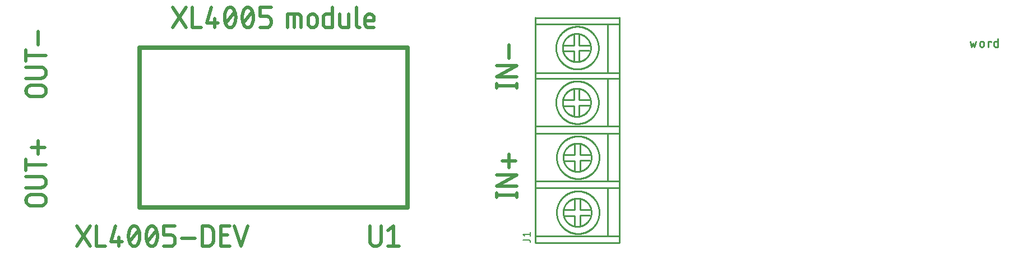
<source format=gbr>
G04 EAGLE Gerber RS-274X export*
G75*
%MOMM*%
%FSLAX34Y34*%
%LPD*%
%INSilkscreen Top*%
%IPPOS*%
%AMOC8*
5,1,8,0,0,1.08239X$1,22.5*%
G01*
%ADD10C,0.228600*%
%ADD11C,0.254000*%
%ADD12C,0.177800*%
%ADD13C,0.508000*%
%ADD14C,0.635000*%


D10*
X1570863Y479679D02*
X1573022Y471043D01*
X1575181Y476800D01*
X1577340Y471043D01*
X1579499Y479679D01*
X1585535Y476800D02*
X1585535Y473922D01*
X1585534Y476800D02*
X1585536Y476906D01*
X1585542Y477013D01*
X1585552Y477119D01*
X1585565Y477224D01*
X1585583Y477329D01*
X1585605Y477433D01*
X1585630Y477537D01*
X1585659Y477639D01*
X1585692Y477740D01*
X1585728Y477840D01*
X1585769Y477939D01*
X1585813Y478035D01*
X1585860Y478131D01*
X1585911Y478224D01*
X1585965Y478316D01*
X1586023Y478405D01*
X1586084Y478492D01*
X1586148Y478577D01*
X1586215Y478660D01*
X1586285Y478740D01*
X1586359Y478817D01*
X1586434Y478891D01*
X1586513Y478963D01*
X1586594Y479032D01*
X1586678Y479097D01*
X1586764Y479160D01*
X1586852Y479219D01*
X1586943Y479275D01*
X1587035Y479328D01*
X1587130Y479377D01*
X1587226Y479423D01*
X1587324Y479465D01*
X1587423Y479503D01*
X1587523Y479538D01*
X1587625Y479569D01*
X1587728Y479596D01*
X1587832Y479620D01*
X1587936Y479639D01*
X1588042Y479655D01*
X1588147Y479667D01*
X1588253Y479675D01*
X1588360Y479679D01*
X1588466Y479679D01*
X1588573Y479675D01*
X1588679Y479667D01*
X1588784Y479655D01*
X1588890Y479639D01*
X1588994Y479620D01*
X1589098Y479596D01*
X1589201Y479569D01*
X1589303Y479538D01*
X1589403Y479503D01*
X1589502Y479465D01*
X1589600Y479423D01*
X1589696Y479377D01*
X1589791Y479328D01*
X1589883Y479275D01*
X1589974Y479219D01*
X1590062Y479160D01*
X1590148Y479097D01*
X1590232Y479032D01*
X1590313Y478963D01*
X1590392Y478891D01*
X1590467Y478817D01*
X1590541Y478740D01*
X1590611Y478660D01*
X1590678Y478577D01*
X1590742Y478492D01*
X1590803Y478405D01*
X1590861Y478316D01*
X1590915Y478224D01*
X1590966Y478131D01*
X1591013Y478035D01*
X1591057Y477939D01*
X1591098Y477840D01*
X1591134Y477740D01*
X1591167Y477639D01*
X1591196Y477537D01*
X1591221Y477433D01*
X1591243Y477329D01*
X1591261Y477224D01*
X1591274Y477119D01*
X1591284Y477013D01*
X1591290Y476906D01*
X1591292Y476800D01*
X1591292Y473922D01*
X1591290Y473816D01*
X1591284Y473709D01*
X1591274Y473603D01*
X1591261Y473498D01*
X1591243Y473393D01*
X1591221Y473289D01*
X1591196Y473185D01*
X1591167Y473083D01*
X1591134Y472982D01*
X1591098Y472882D01*
X1591057Y472783D01*
X1591013Y472687D01*
X1590966Y472591D01*
X1590915Y472498D01*
X1590861Y472406D01*
X1590803Y472317D01*
X1590742Y472230D01*
X1590678Y472145D01*
X1590611Y472062D01*
X1590541Y471982D01*
X1590467Y471905D01*
X1590392Y471831D01*
X1590313Y471759D01*
X1590232Y471690D01*
X1590148Y471625D01*
X1590062Y471562D01*
X1589974Y471503D01*
X1589883Y471447D01*
X1589791Y471394D01*
X1589696Y471345D01*
X1589600Y471299D01*
X1589502Y471257D01*
X1589403Y471219D01*
X1589303Y471184D01*
X1589201Y471153D01*
X1589098Y471126D01*
X1588994Y471102D01*
X1588890Y471083D01*
X1588784Y471067D01*
X1588679Y471055D01*
X1588573Y471047D01*
X1588466Y471043D01*
X1588360Y471043D01*
X1588253Y471047D01*
X1588147Y471055D01*
X1588042Y471067D01*
X1587936Y471083D01*
X1587832Y471102D01*
X1587728Y471126D01*
X1587625Y471153D01*
X1587523Y471184D01*
X1587423Y471219D01*
X1587324Y471257D01*
X1587226Y471299D01*
X1587130Y471345D01*
X1587035Y471394D01*
X1586943Y471447D01*
X1586852Y471503D01*
X1586764Y471562D01*
X1586678Y471625D01*
X1586594Y471690D01*
X1586513Y471759D01*
X1586434Y471831D01*
X1586359Y471905D01*
X1586285Y471982D01*
X1586215Y472062D01*
X1586148Y472145D01*
X1586084Y472230D01*
X1586023Y472317D01*
X1585965Y472406D01*
X1585911Y472498D01*
X1585860Y472591D01*
X1585813Y472687D01*
X1585769Y472783D01*
X1585728Y472882D01*
X1585692Y472982D01*
X1585659Y473083D01*
X1585630Y473185D01*
X1585605Y473289D01*
X1585583Y473393D01*
X1585565Y473498D01*
X1585552Y473603D01*
X1585542Y473709D01*
X1585536Y473816D01*
X1585534Y473922D01*
X1597968Y471043D02*
X1597968Y479679D01*
X1602286Y479679D01*
X1602286Y478240D01*
X1612637Y483997D02*
X1612637Y471043D01*
X1609038Y471043D01*
X1608946Y471045D01*
X1608855Y471051D01*
X1608764Y471060D01*
X1608673Y471074D01*
X1608583Y471091D01*
X1608494Y471113D01*
X1608406Y471138D01*
X1608319Y471166D01*
X1608233Y471199D01*
X1608149Y471235D01*
X1608066Y471274D01*
X1607985Y471317D01*
X1607906Y471364D01*
X1607829Y471413D01*
X1607754Y471466D01*
X1607682Y471522D01*
X1607612Y471581D01*
X1607544Y471643D01*
X1607479Y471708D01*
X1607417Y471776D01*
X1607358Y471846D01*
X1607302Y471918D01*
X1607249Y471993D01*
X1607200Y472070D01*
X1607153Y472149D01*
X1607110Y472230D01*
X1607071Y472313D01*
X1607035Y472397D01*
X1607002Y472483D01*
X1606974Y472570D01*
X1606949Y472658D01*
X1606927Y472747D01*
X1606910Y472837D01*
X1606896Y472928D01*
X1606887Y473019D01*
X1606881Y473110D01*
X1606879Y473202D01*
X1606879Y477520D01*
X1606881Y477612D01*
X1606887Y477703D01*
X1606896Y477794D01*
X1606910Y477885D01*
X1606927Y477975D01*
X1606949Y478064D01*
X1606974Y478152D01*
X1607002Y478239D01*
X1607035Y478325D01*
X1607071Y478409D01*
X1607110Y478492D01*
X1607153Y478573D01*
X1607200Y478652D01*
X1607249Y478729D01*
X1607302Y478804D01*
X1607358Y478876D01*
X1607417Y478946D01*
X1607479Y479014D01*
X1607544Y479079D01*
X1607612Y479141D01*
X1607682Y479200D01*
X1607754Y479256D01*
X1607829Y479309D01*
X1607906Y479358D01*
X1607985Y479405D01*
X1608066Y479448D01*
X1608149Y479487D01*
X1608233Y479523D01*
X1608319Y479556D01*
X1608406Y479584D01*
X1608494Y479609D01*
X1608583Y479631D01*
X1608673Y479648D01*
X1608764Y479662D01*
X1608855Y479671D01*
X1608946Y479677D01*
X1609038Y479679D01*
X1612637Y479679D01*
D11*
X1041400Y175260D02*
X914400Y175260D01*
X914400Y258260D01*
X914400Y432260D01*
X1041400Y432260D01*
X1041400Y175260D01*
X1023400Y258260D02*
X914400Y258260D01*
X1023400Y258260D02*
X1040400Y258260D01*
X1023400Y351260D02*
X915400Y351260D01*
X1023400Y351260D02*
X1041400Y351260D01*
X1041400Y268260D02*
X915400Y268260D01*
X915400Y340260D02*
X1023400Y340260D01*
X1041400Y340260D01*
X1023400Y185260D02*
X915400Y185260D01*
X1023400Y185260D02*
X1041400Y185260D01*
X1023400Y423260D02*
X914400Y423260D01*
X946260Y221260D02*
X946270Y222049D01*
X946299Y222837D01*
X946347Y223624D01*
X946415Y224410D01*
X946502Y225194D01*
X946608Y225976D01*
X946733Y226755D01*
X946878Y227530D01*
X947041Y228302D01*
X947223Y229069D01*
X947424Y229832D01*
X947644Y230590D01*
X947882Y231342D01*
X948139Y232088D01*
X948414Y232827D01*
X948707Y233559D01*
X949017Y234284D01*
X949346Y235002D01*
X949692Y235711D01*
X950055Y236411D01*
X950435Y237102D01*
X950833Y237783D01*
X951246Y238455D01*
X951677Y239116D01*
X952123Y239766D01*
X952585Y240406D01*
X953063Y241034D01*
X953555Y241649D01*
X954063Y242253D01*
X954586Y242844D01*
X955123Y243422D01*
X955674Y243986D01*
X956238Y244537D01*
X956816Y245074D01*
X957407Y245597D01*
X958011Y246105D01*
X958626Y246597D01*
X959254Y247075D01*
X959894Y247537D01*
X960544Y247983D01*
X961205Y248414D01*
X961877Y248827D01*
X962558Y249225D01*
X963249Y249605D01*
X963949Y249968D01*
X964658Y250314D01*
X965376Y250643D01*
X966101Y250953D01*
X966833Y251246D01*
X967572Y251521D01*
X968318Y251778D01*
X969070Y252016D01*
X969828Y252236D01*
X970591Y252437D01*
X971358Y252619D01*
X972130Y252782D01*
X972905Y252927D01*
X973684Y253052D01*
X974466Y253158D01*
X975250Y253245D01*
X976036Y253313D01*
X976823Y253361D01*
X977611Y253390D01*
X978400Y253400D01*
X979189Y253390D01*
X979977Y253361D01*
X980764Y253313D01*
X981550Y253245D01*
X982334Y253158D01*
X983116Y253052D01*
X983895Y252927D01*
X984670Y252782D01*
X985442Y252619D01*
X986209Y252437D01*
X986972Y252236D01*
X987730Y252016D01*
X988482Y251778D01*
X989228Y251521D01*
X989967Y251246D01*
X990699Y250953D01*
X991424Y250643D01*
X992142Y250314D01*
X992851Y249968D01*
X993551Y249605D01*
X994242Y249225D01*
X994923Y248827D01*
X995595Y248414D01*
X996256Y247983D01*
X996906Y247537D01*
X997546Y247075D01*
X998174Y246597D01*
X998789Y246105D01*
X999393Y245597D01*
X999984Y245074D01*
X1000562Y244537D01*
X1001126Y243986D01*
X1001677Y243422D01*
X1002214Y242844D01*
X1002737Y242253D01*
X1003245Y241649D01*
X1003737Y241034D01*
X1004215Y240406D01*
X1004677Y239766D01*
X1005123Y239116D01*
X1005554Y238455D01*
X1005967Y237783D01*
X1006365Y237102D01*
X1006745Y236411D01*
X1007108Y235711D01*
X1007454Y235002D01*
X1007783Y234284D01*
X1008093Y233559D01*
X1008386Y232827D01*
X1008661Y232088D01*
X1008918Y231342D01*
X1009156Y230590D01*
X1009376Y229832D01*
X1009577Y229069D01*
X1009759Y228302D01*
X1009922Y227530D01*
X1010067Y226755D01*
X1010192Y225976D01*
X1010298Y225194D01*
X1010385Y224410D01*
X1010453Y223624D01*
X1010501Y222837D01*
X1010530Y222049D01*
X1010540Y221260D01*
X1010530Y220471D01*
X1010501Y219683D01*
X1010453Y218896D01*
X1010385Y218110D01*
X1010298Y217326D01*
X1010192Y216544D01*
X1010067Y215765D01*
X1009922Y214990D01*
X1009759Y214218D01*
X1009577Y213451D01*
X1009376Y212688D01*
X1009156Y211930D01*
X1008918Y211178D01*
X1008661Y210432D01*
X1008386Y209693D01*
X1008093Y208961D01*
X1007783Y208236D01*
X1007454Y207518D01*
X1007108Y206809D01*
X1006745Y206109D01*
X1006365Y205418D01*
X1005967Y204737D01*
X1005554Y204065D01*
X1005123Y203404D01*
X1004677Y202754D01*
X1004215Y202114D01*
X1003737Y201486D01*
X1003245Y200871D01*
X1002737Y200267D01*
X1002214Y199676D01*
X1001677Y199098D01*
X1001126Y198534D01*
X1000562Y197983D01*
X999984Y197446D01*
X999393Y196923D01*
X998789Y196415D01*
X998174Y195923D01*
X997546Y195445D01*
X996906Y194983D01*
X996256Y194537D01*
X995595Y194106D01*
X994923Y193693D01*
X994242Y193295D01*
X993551Y192915D01*
X992851Y192552D01*
X992142Y192206D01*
X991424Y191877D01*
X990699Y191567D01*
X989967Y191274D01*
X989228Y190999D01*
X988482Y190742D01*
X987730Y190504D01*
X986972Y190284D01*
X986209Y190083D01*
X985442Y189901D01*
X984670Y189738D01*
X983895Y189593D01*
X983116Y189468D01*
X982334Y189362D01*
X981550Y189275D01*
X980764Y189207D01*
X979977Y189159D01*
X979189Y189130D01*
X978400Y189120D01*
X977611Y189130D01*
X976823Y189159D01*
X976036Y189207D01*
X975250Y189275D01*
X974466Y189362D01*
X973684Y189468D01*
X972905Y189593D01*
X972130Y189738D01*
X971358Y189901D01*
X970591Y190083D01*
X969828Y190284D01*
X969070Y190504D01*
X968318Y190742D01*
X967572Y190999D01*
X966833Y191274D01*
X966101Y191567D01*
X965376Y191877D01*
X964658Y192206D01*
X963949Y192552D01*
X963249Y192915D01*
X962558Y193295D01*
X961877Y193693D01*
X961205Y194106D01*
X960544Y194537D01*
X959894Y194983D01*
X959254Y195445D01*
X958626Y195923D01*
X958011Y196415D01*
X957407Y196923D01*
X956816Y197446D01*
X956238Y197983D01*
X955674Y198534D01*
X955123Y199098D01*
X954586Y199676D01*
X954063Y200267D01*
X953555Y200871D01*
X953063Y201486D01*
X952585Y202114D01*
X952123Y202754D01*
X951677Y203404D01*
X951246Y204065D01*
X950833Y204737D01*
X950435Y205418D01*
X950055Y206109D01*
X949692Y206809D01*
X949346Y207518D01*
X949017Y208236D01*
X948707Y208961D01*
X948414Y209693D01*
X948139Y210432D01*
X947882Y211178D01*
X947644Y211930D01*
X947424Y212688D01*
X947223Y213451D01*
X947041Y214218D01*
X946878Y214990D01*
X946733Y215765D01*
X946608Y216544D01*
X946502Y217326D01*
X946415Y218110D01*
X946347Y218896D01*
X946299Y219683D01*
X946270Y220471D01*
X946260Y221260D01*
X956140Y221260D02*
X956146Y221782D01*
X956166Y222303D01*
X956198Y222824D01*
X956242Y223344D01*
X956300Y223862D01*
X956370Y224379D01*
X956453Y224895D01*
X956549Y225408D01*
X956657Y225918D01*
X956777Y226426D01*
X956910Y226930D01*
X957055Y227431D01*
X957213Y227929D01*
X957383Y228422D01*
X957565Y228911D01*
X957758Y229396D01*
X957964Y229875D01*
X958181Y230350D01*
X958410Y230819D01*
X958650Y231282D01*
X958902Y231739D01*
X959165Y232190D01*
X959438Y232634D01*
X959723Y233071D01*
X960018Y233502D01*
X960324Y233925D01*
X960640Y234340D01*
X960966Y234747D01*
X961302Y235146D01*
X961647Y235537D01*
X962003Y235920D01*
X962367Y236293D01*
X962740Y236657D01*
X963123Y237013D01*
X963514Y237358D01*
X963913Y237694D01*
X964320Y238020D01*
X964735Y238336D01*
X965158Y238642D01*
X965589Y238937D01*
X966026Y239222D01*
X966470Y239495D01*
X966921Y239758D01*
X967378Y240010D01*
X967841Y240250D01*
X968310Y240479D01*
X968785Y240696D01*
X969264Y240902D01*
X969749Y241095D01*
X970238Y241277D01*
X970731Y241447D01*
X971229Y241605D01*
X971730Y241750D01*
X972234Y241883D01*
X972742Y242003D01*
X973252Y242111D01*
X973765Y242207D01*
X974281Y242290D01*
X974798Y242360D01*
X975316Y242418D01*
X975836Y242462D01*
X976357Y242494D01*
X976878Y242514D01*
X977400Y242520D01*
X977922Y242514D01*
X978443Y242494D01*
X978964Y242462D01*
X979484Y242418D01*
X980002Y242360D01*
X980519Y242290D01*
X981035Y242207D01*
X981548Y242111D01*
X982058Y242003D01*
X982566Y241883D01*
X983070Y241750D01*
X983571Y241605D01*
X984069Y241447D01*
X984562Y241277D01*
X985051Y241095D01*
X985536Y240902D01*
X986015Y240696D01*
X986490Y240479D01*
X986959Y240250D01*
X987422Y240010D01*
X987879Y239758D01*
X988330Y239495D01*
X988774Y239222D01*
X989211Y238937D01*
X989642Y238642D01*
X990065Y238336D01*
X990480Y238020D01*
X990887Y237694D01*
X991286Y237358D01*
X991677Y237013D01*
X992060Y236657D01*
X992433Y236293D01*
X992797Y235920D01*
X993153Y235537D01*
X993498Y235146D01*
X993834Y234747D01*
X994160Y234340D01*
X994476Y233925D01*
X994782Y233502D01*
X995077Y233071D01*
X995362Y232634D01*
X995635Y232190D01*
X995898Y231739D01*
X996150Y231282D01*
X996390Y230819D01*
X996619Y230350D01*
X996836Y229875D01*
X997042Y229396D01*
X997235Y228911D01*
X997417Y228422D01*
X997587Y227929D01*
X997745Y227431D01*
X997890Y226930D01*
X998023Y226426D01*
X998143Y225918D01*
X998251Y225408D01*
X998347Y224895D01*
X998430Y224379D01*
X998500Y223862D01*
X998558Y223344D01*
X998602Y222824D01*
X998634Y222303D01*
X998654Y221782D01*
X998660Y221260D01*
X998654Y220738D01*
X998634Y220217D01*
X998602Y219696D01*
X998558Y219176D01*
X998500Y218658D01*
X998430Y218141D01*
X998347Y217625D01*
X998251Y217112D01*
X998143Y216602D01*
X998023Y216094D01*
X997890Y215590D01*
X997745Y215089D01*
X997587Y214591D01*
X997417Y214098D01*
X997235Y213609D01*
X997042Y213124D01*
X996836Y212645D01*
X996619Y212170D01*
X996390Y211701D01*
X996150Y211238D01*
X995898Y210781D01*
X995635Y210330D01*
X995362Y209886D01*
X995077Y209449D01*
X994782Y209018D01*
X994476Y208595D01*
X994160Y208180D01*
X993834Y207773D01*
X993498Y207374D01*
X993153Y206983D01*
X992797Y206600D01*
X992433Y206227D01*
X992060Y205863D01*
X991677Y205507D01*
X991286Y205162D01*
X990887Y204826D01*
X990480Y204500D01*
X990065Y204184D01*
X989642Y203878D01*
X989211Y203583D01*
X988774Y203298D01*
X988330Y203025D01*
X987879Y202762D01*
X987422Y202510D01*
X986959Y202270D01*
X986490Y202041D01*
X986015Y201824D01*
X985536Y201618D01*
X985051Y201425D01*
X984562Y201243D01*
X984069Y201073D01*
X983571Y200915D01*
X983070Y200770D01*
X982566Y200637D01*
X982058Y200517D01*
X981548Y200409D01*
X981035Y200313D01*
X980519Y200230D01*
X980002Y200160D01*
X979484Y200102D01*
X978964Y200058D01*
X978443Y200026D01*
X977922Y200006D01*
X977400Y200000D01*
X976878Y200006D01*
X976357Y200026D01*
X975836Y200058D01*
X975316Y200102D01*
X974798Y200160D01*
X974281Y200230D01*
X973765Y200313D01*
X973252Y200409D01*
X972742Y200517D01*
X972234Y200637D01*
X971730Y200770D01*
X971229Y200915D01*
X970731Y201073D01*
X970238Y201243D01*
X969749Y201425D01*
X969264Y201618D01*
X968785Y201824D01*
X968310Y202041D01*
X967841Y202270D01*
X967378Y202510D01*
X966921Y202762D01*
X966470Y203025D01*
X966026Y203298D01*
X965589Y203583D01*
X965158Y203878D01*
X964735Y204184D01*
X964320Y204500D01*
X963913Y204826D01*
X963514Y205162D01*
X963123Y205507D01*
X962740Y205863D01*
X962367Y206227D01*
X962003Y206600D01*
X961647Y206983D01*
X961302Y207374D01*
X960966Y207773D01*
X960640Y208180D01*
X960324Y208595D01*
X960018Y209018D01*
X959723Y209449D01*
X959438Y209886D01*
X959165Y210330D01*
X958902Y210781D01*
X958650Y211238D01*
X958410Y211701D01*
X958181Y212170D01*
X957964Y212645D01*
X957758Y213124D01*
X957565Y213609D01*
X957383Y214098D01*
X957213Y214591D01*
X957055Y215089D01*
X956910Y215590D01*
X956777Y216094D01*
X956657Y216602D01*
X956549Y217112D01*
X956453Y217625D01*
X956370Y218141D01*
X956300Y218658D01*
X956242Y219176D01*
X956198Y219696D01*
X956166Y220217D01*
X956146Y220738D01*
X956140Y221260D01*
X1023400Y423260D02*
X1040400Y423260D01*
X973400Y216260D02*
X957400Y216260D01*
X973400Y216260D02*
X973400Y201260D01*
X981400Y201260D02*
X981400Y217260D01*
X996400Y217260D01*
X997400Y225260D02*
X981400Y225260D01*
X981400Y240260D01*
X973400Y241260D02*
X973400Y225260D01*
X958400Y225260D01*
X946260Y304260D02*
X946270Y305049D01*
X946299Y305837D01*
X946347Y306624D01*
X946415Y307410D01*
X946502Y308194D01*
X946608Y308976D01*
X946733Y309755D01*
X946878Y310530D01*
X947041Y311302D01*
X947223Y312069D01*
X947424Y312832D01*
X947644Y313590D01*
X947882Y314342D01*
X948139Y315088D01*
X948414Y315827D01*
X948707Y316559D01*
X949017Y317284D01*
X949346Y318002D01*
X949692Y318711D01*
X950055Y319411D01*
X950435Y320102D01*
X950833Y320783D01*
X951246Y321455D01*
X951677Y322116D01*
X952123Y322766D01*
X952585Y323406D01*
X953063Y324034D01*
X953555Y324649D01*
X954063Y325253D01*
X954586Y325844D01*
X955123Y326422D01*
X955674Y326986D01*
X956238Y327537D01*
X956816Y328074D01*
X957407Y328597D01*
X958011Y329105D01*
X958626Y329597D01*
X959254Y330075D01*
X959894Y330537D01*
X960544Y330983D01*
X961205Y331414D01*
X961877Y331827D01*
X962558Y332225D01*
X963249Y332605D01*
X963949Y332968D01*
X964658Y333314D01*
X965376Y333643D01*
X966101Y333953D01*
X966833Y334246D01*
X967572Y334521D01*
X968318Y334778D01*
X969070Y335016D01*
X969828Y335236D01*
X970591Y335437D01*
X971358Y335619D01*
X972130Y335782D01*
X972905Y335927D01*
X973684Y336052D01*
X974466Y336158D01*
X975250Y336245D01*
X976036Y336313D01*
X976823Y336361D01*
X977611Y336390D01*
X978400Y336400D01*
X979189Y336390D01*
X979977Y336361D01*
X980764Y336313D01*
X981550Y336245D01*
X982334Y336158D01*
X983116Y336052D01*
X983895Y335927D01*
X984670Y335782D01*
X985442Y335619D01*
X986209Y335437D01*
X986972Y335236D01*
X987730Y335016D01*
X988482Y334778D01*
X989228Y334521D01*
X989967Y334246D01*
X990699Y333953D01*
X991424Y333643D01*
X992142Y333314D01*
X992851Y332968D01*
X993551Y332605D01*
X994242Y332225D01*
X994923Y331827D01*
X995595Y331414D01*
X996256Y330983D01*
X996906Y330537D01*
X997546Y330075D01*
X998174Y329597D01*
X998789Y329105D01*
X999393Y328597D01*
X999984Y328074D01*
X1000562Y327537D01*
X1001126Y326986D01*
X1001677Y326422D01*
X1002214Y325844D01*
X1002737Y325253D01*
X1003245Y324649D01*
X1003737Y324034D01*
X1004215Y323406D01*
X1004677Y322766D01*
X1005123Y322116D01*
X1005554Y321455D01*
X1005967Y320783D01*
X1006365Y320102D01*
X1006745Y319411D01*
X1007108Y318711D01*
X1007454Y318002D01*
X1007783Y317284D01*
X1008093Y316559D01*
X1008386Y315827D01*
X1008661Y315088D01*
X1008918Y314342D01*
X1009156Y313590D01*
X1009376Y312832D01*
X1009577Y312069D01*
X1009759Y311302D01*
X1009922Y310530D01*
X1010067Y309755D01*
X1010192Y308976D01*
X1010298Y308194D01*
X1010385Y307410D01*
X1010453Y306624D01*
X1010501Y305837D01*
X1010530Y305049D01*
X1010540Y304260D01*
X1010530Y303471D01*
X1010501Y302683D01*
X1010453Y301896D01*
X1010385Y301110D01*
X1010298Y300326D01*
X1010192Y299544D01*
X1010067Y298765D01*
X1009922Y297990D01*
X1009759Y297218D01*
X1009577Y296451D01*
X1009376Y295688D01*
X1009156Y294930D01*
X1008918Y294178D01*
X1008661Y293432D01*
X1008386Y292693D01*
X1008093Y291961D01*
X1007783Y291236D01*
X1007454Y290518D01*
X1007108Y289809D01*
X1006745Y289109D01*
X1006365Y288418D01*
X1005967Y287737D01*
X1005554Y287065D01*
X1005123Y286404D01*
X1004677Y285754D01*
X1004215Y285114D01*
X1003737Y284486D01*
X1003245Y283871D01*
X1002737Y283267D01*
X1002214Y282676D01*
X1001677Y282098D01*
X1001126Y281534D01*
X1000562Y280983D01*
X999984Y280446D01*
X999393Y279923D01*
X998789Y279415D01*
X998174Y278923D01*
X997546Y278445D01*
X996906Y277983D01*
X996256Y277537D01*
X995595Y277106D01*
X994923Y276693D01*
X994242Y276295D01*
X993551Y275915D01*
X992851Y275552D01*
X992142Y275206D01*
X991424Y274877D01*
X990699Y274567D01*
X989967Y274274D01*
X989228Y273999D01*
X988482Y273742D01*
X987730Y273504D01*
X986972Y273284D01*
X986209Y273083D01*
X985442Y272901D01*
X984670Y272738D01*
X983895Y272593D01*
X983116Y272468D01*
X982334Y272362D01*
X981550Y272275D01*
X980764Y272207D01*
X979977Y272159D01*
X979189Y272130D01*
X978400Y272120D01*
X977611Y272130D01*
X976823Y272159D01*
X976036Y272207D01*
X975250Y272275D01*
X974466Y272362D01*
X973684Y272468D01*
X972905Y272593D01*
X972130Y272738D01*
X971358Y272901D01*
X970591Y273083D01*
X969828Y273284D01*
X969070Y273504D01*
X968318Y273742D01*
X967572Y273999D01*
X966833Y274274D01*
X966101Y274567D01*
X965376Y274877D01*
X964658Y275206D01*
X963949Y275552D01*
X963249Y275915D01*
X962558Y276295D01*
X961877Y276693D01*
X961205Y277106D01*
X960544Y277537D01*
X959894Y277983D01*
X959254Y278445D01*
X958626Y278923D01*
X958011Y279415D01*
X957407Y279923D01*
X956816Y280446D01*
X956238Y280983D01*
X955674Y281534D01*
X955123Y282098D01*
X954586Y282676D01*
X954063Y283267D01*
X953555Y283871D01*
X953063Y284486D01*
X952585Y285114D01*
X952123Y285754D01*
X951677Y286404D01*
X951246Y287065D01*
X950833Y287737D01*
X950435Y288418D01*
X950055Y289109D01*
X949692Y289809D01*
X949346Y290518D01*
X949017Y291236D01*
X948707Y291961D01*
X948414Y292693D01*
X948139Y293432D01*
X947882Y294178D01*
X947644Y294930D01*
X947424Y295688D01*
X947223Y296451D01*
X947041Y297218D01*
X946878Y297990D01*
X946733Y298765D01*
X946608Y299544D01*
X946502Y300326D01*
X946415Y301110D01*
X946347Y301896D01*
X946299Y302683D01*
X946270Y303471D01*
X946260Y304260D01*
X956140Y304260D02*
X956146Y304782D01*
X956166Y305303D01*
X956198Y305824D01*
X956242Y306344D01*
X956300Y306862D01*
X956370Y307379D01*
X956453Y307895D01*
X956549Y308408D01*
X956657Y308918D01*
X956777Y309426D01*
X956910Y309930D01*
X957055Y310431D01*
X957213Y310929D01*
X957383Y311422D01*
X957565Y311911D01*
X957758Y312396D01*
X957964Y312875D01*
X958181Y313350D01*
X958410Y313819D01*
X958650Y314282D01*
X958902Y314739D01*
X959165Y315190D01*
X959438Y315634D01*
X959723Y316071D01*
X960018Y316502D01*
X960324Y316925D01*
X960640Y317340D01*
X960966Y317747D01*
X961302Y318146D01*
X961647Y318537D01*
X962003Y318920D01*
X962367Y319293D01*
X962740Y319657D01*
X963123Y320013D01*
X963514Y320358D01*
X963913Y320694D01*
X964320Y321020D01*
X964735Y321336D01*
X965158Y321642D01*
X965589Y321937D01*
X966026Y322222D01*
X966470Y322495D01*
X966921Y322758D01*
X967378Y323010D01*
X967841Y323250D01*
X968310Y323479D01*
X968785Y323696D01*
X969264Y323902D01*
X969749Y324095D01*
X970238Y324277D01*
X970731Y324447D01*
X971229Y324605D01*
X971730Y324750D01*
X972234Y324883D01*
X972742Y325003D01*
X973252Y325111D01*
X973765Y325207D01*
X974281Y325290D01*
X974798Y325360D01*
X975316Y325418D01*
X975836Y325462D01*
X976357Y325494D01*
X976878Y325514D01*
X977400Y325520D01*
X977922Y325514D01*
X978443Y325494D01*
X978964Y325462D01*
X979484Y325418D01*
X980002Y325360D01*
X980519Y325290D01*
X981035Y325207D01*
X981548Y325111D01*
X982058Y325003D01*
X982566Y324883D01*
X983070Y324750D01*
X983571Y324605D01*
X984069Y324447D01*
X984562Y324277D01*
X985051Y324095D01*
X985536Y323902D01*
X986015Y323696D01*
X986490Y323479D01*
X986959Y323250D01*
X987422Y323010D01*
X987879Y322758D01*
X988330Y322495D01*
X988774Y322222D01*
X989211Y321937D01*
X989642Y321642D01*
X990065Y321336D01*
X990480Y321020D01*
X990887Y320694D01*
X991286Y320358D01*
X991677Y320013D01*
X992060Y319657D01*
X992433Y319293D01*
X992797Y318920D01*
X993153Y318537D01*
X993498Y318146D01*
X993834Y317747D01*
X994160Y317340D01*
X994476Y316925D01*
X994782Y316502D01*
X995077Y316071D01*
X995362Y315634D01*
X995635Y315190D01*
X995898Y314739D01*
X996150Y314282D01*
X996390Y313819D01*
X996619Y313350D01*
X996836Y312875D01*
X997042Y312396D01*
X997235Y311911D01*
X997417Y311422D01*
X997587Y310929D01*
X997745Y310431D01*
X997890Y309930D01*
X998023Y309426D01*
X998143Y308918D01*
X998251Y308408D01*
X998347Y307895D01*
X998430Y307379D01*
X998500Y306862D01*
X998558Y306344D01*
X998602Y305824D01*
X998634Y305303D01*
X998654Y304782D01*
X998660Y304260D01*
X998654Y303738D01*
X998634Y303217D01*
X998602Y302696D01*
X998558Y302176D01*
X998500Y301658D01*
X998430Y301141D01*
X998347Y300625D01*
X998251Y300112D01*
X998143Y299602D01*
X998023Y299094D01*
X997890Y298590D01*
X997745Y298089D01*
X997587Y297591D01*
X997417Y297098D01*
X997235Y296609D01*
X997042Y296124D01*
X996836Y295645D01*
X996619Y295170D01*
X996390Y294701D01*
X996150Y294238D01*
X995898Y293781D01*
X995635Y293330D01*
X995362Y292886D01*
X995077Y292449D01*
X994782Y292018D01*
X994476Y291595D01*
X994160Y291180D01*
X993834Y290773D01*
X993498Y290374D01*
X993153Y289983D01*
X992797Y289600D01*
X992433Y289227D01*
X992060Y288863D01*
X991677Y288507D01*
X991286Y288162D01*
X990887Y287826D01*
X990480Y287500D01*
X990065Y287184D01*
X989642Y286878D01*
X989211Y286583D01*
X988774Y286298D01*
X988330Y286025D01*
X987879Y285762D01*
X987422Y285510D01*
X986959Y285270D01*
X986490Y285041D01*
X986015Y284824D01*
X985536Y284618D01*
X985051Y284425D01*
X984562Y284243D01*
X984069Y284073D01*
X983571Y283915D01*
X983070Y283770D01*
X982566Y283637D01*
X982058Y283517D01*
X981548Y283409D01*
X981035Y283313D01*
X980519Y283230D01*
X980002Y283160D01*
X979484Y283102D01*
X978964Y283058D01*
X978443Y283026D01*
X977922Y283006D01*
X977400Y283000D01*
X976878Y283006D01*
X976357Y283026D01*
X975836Y283058D01*
X975316Y283102D01*
X974798Y283160D01*
X974281Y283230D01*
X973765Y283313D01*
X973252Y283409D01*
X972742Y283517D01*
X972234Y283637D01*
X971730Y283770D01*
X971229Y283915D01*
X970731Y284073D01*
X970238Y284243D01*
X969749Y284425D01*
X969264Y284618D01*
X968785Y284824D01*
X968310Y285041D01*
X967841Y285270D01*
X967378Y285510D01*
X966921Y285762D01*
X966470Y286025D01*
X966026Y286298D01*
X965589Y286583D01*
X965158Y286878D01*
X964735Y287184D01*
X964320Y287500D01*
X963913Y287826D01*
X963514Y288162D01*
X963123Y288507D01*
X962740Y288863D01*
X962367Y289227D01*
X962003Y289600D01*
X961647Y289983D01*
X961302Y290374D01*
X960966Y290773D01*
X960640Y291180D01*
X960324Y291595D01*
X960018Y292018D01*
X959723Y292449D01*
X959438Y292886D01*
X959165Y293330D01*
X958902Y293781D01*
X958650Y294238D01*
X958410Y294701D01*
X958181Y295170D01*
X957964Y295645D01*
X957758Y296124D01*
X957565Y296609D01*
X957383Y297098D01*
X957213Y297591D01*
X957055Y298089D01*
X956910Y298590D01*
X956777Y299094D01*
X956657Y299602D01*
X956549Y300112D01*
X956453Y300625D01*
X956370Y301141D01*
X956300Y301658D01*
X956242Y302176D01*
X956198Y302696D01*
X956166Y303217D01*
X956146Y303738D01*
X956140Y304260D01*
X957400Y299260D02*
X973400Y299260D01*
X973400Y284260D01*
X981400Y284260D02*
X981400Y300260D01*
X996400Y300260D01*
X997400Y308260D02*
X981400Y308260D01*
X981400Y323260D01*
X973400Y324260D02*
X973400Y308260D01*
X958400Y308260D01*
X945260Y387260D02*
X945270Y388049D01*
X945299Y388837D01*
X945347Y389624D01*
X945415Y390410D01*
X945502Y391194D01*
X945608Y391976D01*
X945733Y392755D01*
X945878Y393530D01*
X946041Y394302D01*
X946223Y395069D01*
X946424Y395832D01*
X946644Y396590D01*
X946882Y397342D01*
X947139Y398088D01*
X947414Y398827D01*
X947707Y399559D01*
X948017Y400284D01*
X948346Y401002D01*
X948692Y401711D01*
X949055Y402411D01*
X949435Y403102D01*
X949833Y403783D01*
X950246Y404455D01*
X950677Y405116D01*
X951123Y405766D01*
X951585Y406406D01*
X952063Y407034D01*
X952555Y407649D01*
X953063Y408253D01*
X953586Y408844D01*
X954123Y409422D01*
X954674Y409986D01*
X955238Y410537D01*
X955816Y411074D01*
X956407Y411597D01*
X957011Y412105D01*
X957626Y412597D01*
X958254Y413075D01*
X958894Y413537D01*
X959544Y413983D01*
X960205Y414414D01*
X960877Y414827D01*
X961558Y415225D01*
X962249Y415605D01*
X962949Y415968D01*
X963658Y416314D01*
X964376Y416643D01*
X965101Y416953D01*
X965833Y417246D01*
X966572Y417521D01*
X967318Y417778D01*
X968070Y418016D01*
X968828Y418236D01*
X969591Y418437D01*
X970358Y418619D01*
X971130Y418782D01*
X971905Y418927D01*
X972684Y419052D01*
X973466Y419158D01*
X974250Y419245D01*
X975036Y419313D01*
X975823Y419361D01*
X976611Y419390D01*
X977400Y419400D01*
X978189Y419390D01*
X978977Y419361D01*
X979764Y419313D01*
X980550Y419245D01*
X981334Y419158D01*
X982116Y419052D01*
X982895Y418927D01*
X983670Y418782D01*
X984442Y418619D01*
X985209Y418437D01*
X985972Y418236D01*
X986730Y418016D01*
X987482Y417778D01*
X988228Y417521D01*
X988967Y417246D01*
X989699Y416953D01*
X990424Y416643D01*
X991142Y416314D01*
X991851Y415968D01*
X992551Y415605D01*
X993242Y415225D01*
X993923Y414827D01*
X994595Y414414D01*
X995256Y413983D01*
X995906Y413537D01*
X996546Y413075D01*
X997174Y412597D01*
X997789Y412105D01*
X998393Y411597D01*
X998984Y411074D01*
X999562Y410537D01*
X1000126Y409986D01*
X1000677Y409422D01*
X1001214Y408844D01*
X1001737Y408253D01*
X1002245Y407649D01*
X1002737Y407034D01*
X1003215Y406406D01*
X1003677Y405766D01*
X1004123Y405116D01*
X1004554Y404455D01*
X1004967Y403783D01*
X1005365Y403102D01*
X1005745Y402411D01*
X1006108Y401711D01*
X1006454Y401002D01*
X1006783Y400284D01*
X1007093Y399559D01*
X1007386Y398827D01*
X1007661Y398088D01*
X1007918Y397342D01*
X1008156Y396590D01*
X1008376Y395832D01*
X1008577Y395069D01*
X1008759Y394302D01*
X1008922Y393530D01*
X1009067Y392755D01*
X1009192Y391976D01*
X1009298Y391194D01*
X1009385Y390410D01*
X1009453Y389624D01*
X1009501Y388837D01*
X1009530Y388049D01*
X1009540Y387260D01*
X1009530Y386471D01*
X1009501Y385683D01*
X1009453Y384896D01*
X1009385Y384110D01*
X1009298Y383326D01*
X1009192Y382544D01*
X1009067Y381765D01*
X1008922Y380990D01*
X1008759Y380218D01*
X1008577Y379451D01*
X1008376Y378688D01*
X1008156Y377930D01*
X1007918Y377178D01*
X1007661Y376432D01*
X1007386Y375693D01*
X1007093Y374961D01*
X1006783Y374236D01*
X1006454Y373518D01*
X1006108Y372809D01*
X1005745Y372109D01*
X1005365Y371418D01*
X1004967Y370737D01*
X1004554Y370065D01*
X1004123Y369404D01*
X1003677Y368754D01*
X1003215Y368114D01*
X1002737Y367486D01*
X1002245Y366871D01*
X1001737Y366267D01*
X1001214Y365676D01*
X1000677Y365098D01*
X1000126Y364534D01*
X999562Y363983D01*
X998984Y363446D01*
X998393Y362923D01*
X997789Y362415D01*
X997174Y361923D01*
X996546Y361445D01*
X995906Y360983D01*
X995256Y360537D01*
X994595Y360106D01*
X993923Y359693D01*
X993242Y359295D01*
X992551Y358915D01*
X991851Y358552D01*
X991142Y358206D01*
X990424Y357877D01*
X989699Y357567D01*
X988967Y357274D01*
X988228Y356999D01*
X987482Y356742D01*
X986730Y356504D01*
X985972Y356284D01*
X985209Y356083D01*
X984442Y355901D01*
X983670Y355738D01*
X982895Y355593D01*
X982116Y355468D01*
X981334Y355362D01*
X980550Y355275D01*
X979764Y355207D01*
X978977Y355159D01*
X978189Y355130D01*
X977400Y355120D01*
X976611Y355130D01*
X975823Y355159D01*
X975036Y355207D01*
X974250Y355275D01*
X973466Y355362D01*
X972684Y355468D01*
X971905Y355593D01*
X971130Y355738D01*
X970358Y355901D01*
X969591Y356083D01*
X968828Y356284D01*
X968070Y356504D01*
X967318Y356742D01*
X966572Y356999D01*
X965833Y357274D01*
X965101Y357567D01*
X964376Y357877D01*
X963658Y358206D01*
X962949Y358552D01*
X962249Y358915D01*
X961558Y359295D01*
X960877Y359693D01*
X960205Y360106D01*
X959544Y360537D01*
X958894Y360983D01*
X958254Y361445D01*
X957626Y361923D01*
X957011Y362415D01*
X956407Y362923D01*
X955816Y363446D01*
X955238Y363983D01*
X954674Y364534D01*
X954123Y365098D01*
X953586Y365676D01*
X953063Y366267D01*
X952555Y366871D01*
X952063Y367486D01*
X951585Y368114D01*
X951123Y368754D01*
X950677Y369404D01*
X950246Y370065D01*
X949833Y370737D01*
X949435Y371418D01*
X949055Y372109D01*
X948692Y372809D01*
X948346Y373518D01*
X948017Y374236D01*
X947707Y374961D01*
X947414Y375693D01*
X947139Y376432D01*
X946882Y377178D01*
X946644Y377930D01*
X946424Y378688D01*
X946223Y379451D01*
X946041Y380218D01*
X945878Y380990D01*
X945733Y381765D01*
X945608Y382544D01*
X945502Y383326D01*
X945415Y384110D01*
X945347Y384896D01*
X945299Y385683D01*
X945270Y386471D01*
X945260Y387260D01*
X955140Y387260D02*
X955146Y387782D01*
X955166Y388303D01*
X955198Y388824D01*
X955242Y389344D01*
X955300Y389862D01*
X955370Y390379D01*
X955453Y390895D01*
X955549Y391408D01*
X955657Y391918D01*
X955777Y392426D01*
X955910Y392930D01*
X956055Y393431D01*
X956213Y393929D01*
X956383Y394422D01*
X956565Y394911D01*
X956758Y395396D01*
X956964Y395875D01*
X957181Y396350D01*
X957410Y396819D01*
X957650Y397282D01*
X957902Y397739D01*
X958165Y398190D01*
X958438Y398634D01*
X958723Y399071D01*
X959018Y399502D01*
X959324Y399925D01*
X959640Y400340D01*
X959966Y400747D01*
X960302Y401146D01*
X960647Y401537D01*
X961003Y401920D01*
X961367Y402293D01*
X961740Y402657D01*
X962123Y403013D01*
X962514Y403358D01*
X962913Y403694D01*
X963320Y404020D01*
X963735Y404336D01*
X964158Y404642D01*
X964589Y404937D01*
X965026Y405222D01*
X965470Y405495D01*
X965921Y405758D01*
X966378Y406010D01*
X966841Y406250D01*
X967310Y406479D01*
X967785Y406696D01*
X968264Y406902D01*
X968749Y407095D01*
X969238Y407277D01*
X969731Y407447D01*
X970229Y407605D01*
X970730Y407750D01*
X971234Y407883D01*
X971742Y408003D01*
X972252Y408111D01*
X972765Y408207D01*
X973281Y408290D01*
X973798Y408360D01*
X974316Y408418D01*
X974836Y408462D01*
X975357Y408494D01*
X975878Y408514D01*
X976400Y408520D01*
X976922Y408514D01*
X977443Y408494D01*
X977964Y408462D01*
X978484Y408418D01*
X979002Y408360D01*
X979519Y408290D01*
X980035Y408207D01*
X980548Y408111D01*
X981058Y408003D01*
X981566Y407883D01*
X982070Y407750D01*
X982571Y407605D01*
X983069Y407447D01*
X983562Y407277D01*
X984051Y407095D01*
X984536Y406902D01*
X985015Y406696D01*
X985490Y406479D01*
X985959Y406250D01*
X986422Y406010D01*
X986879Y405758D01*
X987330Y405495D01*
X987774Y405222D01*
X988211Y404937D01*
X988642Y404642D01*
X989065Y404336D01*
X989480Y404020D01*
X989887Y403694D01*
X990286Y403358D01*
X990677Y403013D01*
X991060Y402657D01*
X991433Y402293D01*
X991797Y401920D01*
X992153Y401537D01*
X992498Y401146D01*
X992834Y400747D01*
X993160Y400340D01*
X993476Y399925D01*
X993782Y399502D01*
X994077Y399071D01*
X994362Y398634D01*
X994635Y398190D01*
X994898Y397739D01*
X995150Y397282D01*
X995390Y396819D01*
X995619Y396350D01*
X995836Y395875D01*
X996042Y395396D01*
X996235Y394911D01*
X996417Y394422D01*
X996587Y393929D01*
X996745Y393431D01*
X996890Y392930D01*
X997023Y392426D01*
X997143Y391918D01*
X997251Y391408D01*
X997347Y390895D01*
X997430Y390379D01*
X997500Y389862D01*
X997558Y389344D01*
X997602Y388824D01*
X997634Y388303D01*
X997654Y387782D01*
X997660Y387260D01*
X997654Y386738D01*
X997634Y386217D01*
X997602Y385696D01*
X997558Y385176D01*
X997500Y384658D01*
X997430Y384141D01*
X997347Y383625D01*
X997251Y383112D01*
X997143Y382602D01*
X997023Y382094D01*
X996890Y381590D01*
X996745Y381089D01*
X996587Y380591D01*
X996417Y380098D01*
X996235Y379609D01*
X996042Y379124D01*
X995836Y378645D01*
X995619Y378170D01*
X995390Y377701D01*
X995150Y377238D01*
X994898Y376781D01*
X994635Y376330D01*
X994362Y375886D01*
X994077Y375449D01*
X993782Y375018D01*
X993476Y374595D01*
X993160Y374180D01*
X992834Y373773D01*
X992498Y373374D01*
X992153Y372983D01*
X991797Y372600D01*
X991433Y372227D01*
X991060Y371863D01*
X990677Y371507D01*
X990286Y371162D01*
X989887Y370826D01*
X989480Y370500D01*
X989065Y370184D01*
X988642Y369878D01*
X988211Y369583D01*
X987774Y369298D01*
X987330Y369025D01*
X986879Y368762D01*
X986422Y368510D01*
X985959Y368270D01*
X985490Y368041D01*
X985015Y367824D01*
X984536Y367618D01*
X984051Y367425D01*
X983562Y367243D01*
X983069Y367073D01*
X982571Y366915D01*
X982070Y366770D01*
X981566Y366637D01*
X981058Y366517D01*
X980548Y366409D01*
X980035Y366313D01*
X979519Y366230D01*
X979002Y366160D01*
X978484Y366102D01*
X977964Y366058D01*
X977443Y366026D01*
X976922Y366006D01*
X976400Y366000D01*
X975878Y366006D01*
X975357Y366026D01*
X974836Y366058D01*
X974316Y366102D01*
X973798Y366160D01*
X973281Y366230D01*
X972765Y366313D01*
X972252Y366409D01*
X971742Y366517D01*
X971234Y366637D01*
X970730Y366770D01*
X970229Y366915D01*
X969731Y367073D01*
X969238Y367243D01*
X968749Y367425D01*
X968264Y367618D01*
X967785Y367824D01*
X967310Y368041D01*
X966841Y368270D01*
X966378Y368510D01*
X965921Y368762D01*
X965470Y369025D01*
X965026Y369298D01*
X964589Y369583D01*
X964158Y369878D01*
X963735Y370184D01*
X963320Y370500D01*
X962913Y370826D01*
X962514Y371162D01*
X962123Y371507D01*
X961740Y371863D01*
X961367Y372227D01*
X961003Y372600D01*
X960647Y372983D01*
X960302Y373374D01*
X959966Y373773D01*
X959640Y374180D01*
X959324Y374595D01*
X959018Y375018D01*
X958723Y375449D01*
X958438Y375886D01*
X958165Y376330D01*
X957902Y376781D01*
X957650Y377238D01*
X957410Y377701D01*
X957181Y378170D01*
X956964Y378645D01*
X956758Y379124D01*
X956565Y379609D01*
X956383Y380098D01*
X956213Y380591D01*
X956055Y381089D01*
X955910Y381590D01*
X955777Y382094D01*
X955657Y382602D01*
X955549Y383112D01*
X955453Y383625D01*
X955370Y384141D01*
X955300Y384658D01*
X955242Y385176D01*
X955198Y385696D01*
X955166Y386217D01*
X955146Y386738D01*
X955140Y387260D01*
X956400Y382260D02*
X972400Y382260D01*
X972400Y367260D01*
X980400Y367260D02*
X980400Y383260D01*
X995400Y383260D01*
X996400Y391260D02*
X980400Y391260D01*
X980400Y406260D01*
X972400Y407260D02*
X972400Y391260D01*
X957400Y391260D01*
X1023400Y258260D02*
X1023400Y185260D01*
X1023400Y269260D02*
X1023400Y340260D01*
X1023400Y351260D02*
X1023400Y423260D01*
X1041400Y514810D02*
X914400Y514810D01*
X914400Y505810D02*
X1023400Y505810D01*
X1040400Y505810D01*
X945260Y469810D02*
X945270Y470599D01*
X945299Y471387D01*
X945347Y472174D01*
X945415Y472960D01*
X945502Y473744D01*
X945608Y474526D01*
X945733Y475305D01*
X945878Y476080D01*
X946041Y476852D01*
X946223Y477619D01*
X946424Y478382D01*
X946644Y479140D01*
X946882Y479892D01*
X947139Y480638D01*
X947414Y481377D01*
X947707Y482109D01*
X948017Y482834D01*
X948346Y483552D01*
X948692Y484261D01*
X949055Y484961D01*
X949435Y485652D01*
X949833Y486333D01*
X950246Y487005D01*
X950677Y487666D01*
X951123Y488316D01*
X951585Y488956D01*
X952063Y489584D01*
X952555Y490199D01*
X953063Y490803D01*
X953586Y491394D01*
X954123Y491972D01*
X954674Y492536D01*
X955238Y493087D01*
X955816Y493624D01*
X956407Y494147D01*
X957011Y494655D01*
X957626Y495147D01*
X958254Y495625D01*
X958894Y496087D01*
X959544Y496533D01*
X960205Y496964D01*
X960877Y497377D01*
X961558Y497775D01*
X962249Y498155D01*
X962949Y498518D01*
X963658Y498864D01*
X964376Y499193D01*
X965101Y499503D01*
X965833Y499796D01*
X966572Y500071D01*
X967318Y500328D01*
X968070Y500566D01*
X968828Y500786D01*
X969591Y500987D01*
X970358Y501169D01*
X971130Y501332D01*
X971905Y501477D01*
X972684Y501602D01*
X973466Y501708D01*
X974250Y501795D01*
X975036Y501863D01*
X975823Y501911D01*
X976611Y501940D01*
X977400Y501950D01*
X978189Y501940D01*
X978977Y501911D01*
X979764Y501863D01*
X980550Y501795D01*
X981334Y501708D01*
X982116Y501602D01*
X982895Y501477D01*
X983670Y501332D01*
X984442Y501169D01*
X985209Y500987D01*
X985972Y500786D01*
X986730Y500566D01*
X987482Y500328D01*
X988228Y500071D01*
X988967Y499796D01*
X989699Y499503D01*
X990424Y499193D01*
X991142Y498864D01*
X991851Y498518D01*
X992551Y498155D01*
X993242Y497775D01*
X993923Y497377D01*
X994595Y496964D01*
X995256Y496533D01*
X995906Y496087D01*
X996546Y495625D01*
X997174Y495147D01*
X997789Y494655D01*
X998393Y494147D01*
X998984Y493624D01*
X999562Y493087D01*
X1000126Y492536D01*
X1000677Y491972D01*
X1001214Y491394D01*
X1001737Y490803D01*
X1002245Y490199D01*
X1002737Y489584D01*
X1003215Y488956D01*
X1003677Y488316D01*
X1004123Y487666D01*
X1004554Y487005D01*
X1004967Y486333D01*
X1005365Y485652D01*
X1005745Y484961D01*
X1006108Y484261D01*
X1006454Y483552D01*
X1006783Y482834D01*
X1007093Y482109D01*
X1007386Y481377D01*
X1007661Y480638D01*
X1007918Y479892D01*
X1008156Y479140D01*
X1008376Y478382D01*
X1008577Y477619D01*
X1008759Y476852D01*
X1008922Y476080D01*
X1009067Y475305D01*
X1009192Y474526D01*
X1009298Y473744D01*
X1009385Y472960D01*
X1009453Y472174D01*
X1009501Y471387D01*
X1009530Y470599D01*
X1009540Y469810D01*
X1009530Y469021D01*
X1009501Y468233D01*
X1009453Y467446D01*
X1009385Y466660D01*
X1009298Y465876D01*
X1009192Y465094D01*
X1009067Y464315D01*
X1008922Y463540D01*
X1008759Y462768D01*
X1008577Y462001D01*
X1008376Y461238D01*
X1008156Y460480D01*
X1007918Y459728D01*
X1007661Y458982D01*
X1007386Y458243D01*
X1007093Y457511D01*
X1006783Y456786D01*
X1006454Y456068D01*
X1006108Y455359D01*
X1005745Y454659D01*
X1005365Y453968D01*
X1004967Y453287D01*
X1004554Y452615D01*
X1004123Y451954D01*
X1003677Y451304D01*
X1003215Y450664D01*
X1002737Y450036D01*
X1002245Y449421D01*
X1001737Y448817D01*
X1001214Y448226D01*
X1000677Y447648D01*
X1000126Y447084D01*
X999562Y446533D01*
X998984Y445996D01*
X998393Y445473D01*
X997789Y444965D01*
X997174Y444473D01*
X996546Y443995D01*
X995906Y443533D01*
X995256Y443087D01*
X994595Y442656D01*
X993923Y442243D01*
X993242Y441845D01*
X992551Y441465D01*
X991851Y441102D01*
X991142Y440756D01*
X990424Y440427D01*
X989699Y440117D01*
X988967Y439824D01*
X988228Y439549D01*
X987482Y439292D01*
X986730Y439054D01*
X985972Y438834D01*
X985209Y438633D01*
X984442Y438451D01*
X983670Y438288D01*
X982895Y438143D01*
X982116Y438018D01*
X981334Y437912D01*
X980550Y437825D01*
X979764Y437757D01*
X978977Y437709D01*
X978189Y437680D01*
X977400Y437670D01*
X976611Y437680D01*
X975823Y437709D01*
X975036Y437757D01*
X974250Y437825D01*
X973466Y437912D01*
X972684Y438018D01*
X971905Y438143D01*
X971130Y438288D01*
X970358Y438451D01*
X969591Y438633D01*
X968828Y438834D01*
X968070Y439054D01*
X967318Y439292D01*
X966572Y439549D01*
X965833Y439824D01*
X965101Y440117D01*
X964376Y440427D01*
X963658Y440756D01*
X962949Y441102D01*
X962249Y441465D01*
X961558Y441845D01*
X960877Y442243D01*
X960205Y442656D01*
X959544Y443087D01*
X958894Y443533D01*
X958254Y443995D01*
X957626Y444473D01*
X957011Y444965D01*
X956407Y445473D01*
X955816Y445996D01*
X955238Y446533D01*
X954674Y447084D01*
X954123Y447648D01*
X953586Y448226D01*
X953063Y448817D01*
X952555Y449421D01*
X952063Y450036D01*
X951585Y450664D01*
X951123Y451304D01*
X950677Y451954D01*
X950246Y452615D01*
X949833Y453287D01*
X949435Y453968D01*
X949055Y454659D01*
X948692Y455359D01*
X948346Y456068D01*
X948017Y456786D01*
X947707Y457511D01*
X947414Y458243D01*
X947139Y458982D01*
X946882Y459728D01*
X946644Y460480D01*
X946424Y461238D01*
X946223Y462001D01*
X946041Y462768D01*
X945878Y463540D01*
X945733Y464315D01*
X945608Y465094D01*
X945502Y465876D01*
X945415Y466660D01*
X945347Y467446D01*
X945299Y468233D01*
X945270Y469021D01*
X945260Y469810D01*
X955140Y469810D02*
X955146Y470332D01*
X955166Y470853D01*
X955198Y471374D01*
X955242Y471894D01*
X955300Y472412D01*
X955370Y472929D01*
X955453Y473445D01*
X955549Y473958D01*
X955657Y474468D01*
X955777Y474976D01*
X955910Y475480D01*
X956055Y475981D01*
X956213Y476479D01*
X956383Y476972D01*
X956565Y477461D01*
X956758Y477946D01*
X956964Y478425D01*
X957181Y478900D01*
X957410Y479369D01*
X957650Y479832D01*
X957902Y480289D01*
X958165Y480740D01*
X958438Y481184D01*
X958723Y481621D01*
X959018Y482052D01*
X959324Y482475D01*
X959640Y482890D01*
X959966Y483297D01*
X960302Y483696D01*
X960647Y484087D01*
X961003Y484470D01*
X961367Y484843D01*
X961740Y485207D01*
X962123Y485563D01*
X962514Y485908D01*
X962913Y486244D01*
X963320Y486570D01*
X963735Y486886D01*
X964158Y487192D01*
X964589Y487487D01*
X965026Y487772D01*
X965470Y488045D01*
X965921Y488308D01*
X966378Y488560D01*
X966841Y488800D01*
X967310Y489029D01*
X967785Y489246D01*
X968264Y489452D01*
X968749Y489645D01*
X969238Y489827D01*
X969731Y489997D01*
X970229Y490155D01*
X970730Y490300D01*
X971234Y490433D01*
X971742Y490553D01*
X972252Y490661D01*
X972765Y490757D01*
X973281Y490840D01*
X973798Y490910D01*
X974316Y490968D01*
X974836Y491012D01*
X975357Y491044D01*
X975878Y491064D01*
X976400Y491070D01*
X976922Y491064D01*
X977443Y491044D01*
X977964Y491012D01*
X978484Y490968D01*
X979002Y490910D01*
X979519Y490840D01*
X980035Y490757D01*
X980548Y490661D01*
X981058Y490553D01*
X981566Y490433D01*
X982070Y490300D01*
X982571Y490155D01*
X983069Y489997D01*
X983562Y489827D01*
X984051Y489645D01*
X984536Y489452D01*
X985015Y489246D01*
X985490Y489029D01*
X985959Y488800D01*
X986422Y488560D01*
X986879Y488308D01*
X987330Y488045D01*
X987774Y487772D01*
X988211Y487487D01*
X988642Y487192D01*
X989065Y486886D01*
X989480Y486570D01*
X989887Y486244D01*
X990286Y485908D01*
X990677Y485563D01*
X991060Y485207D01*
X991433Y484843D01*
X991797Y484470D01*
X992153Y484087D01*
X992498Y483696D01*
X992834Y483297D01*
X993160Y482890D01*
X993476Y482475D01*
X993782Y482052D01*
X994077Y481621D01*
X994362Y481184D01*
X994635Y480740D01*
X994898Y480289D01*
X995150Y479832D01*
X995390Y479369D01*
X995619Y478900D01*
X995836Y478425D01*
X996042Y477946D01*
X996235Y477461D01*
X996417Y476972D01*
X996587Y476479D01*
X996745Y475981D01*
X996890Y475480D01*
X997023Y474976D01*
X997143Y474468D01*
X997251Y473958D01*
X997347Y473445D01*
X997430Y472929D01*
X997500Y472412D01*
X997558Y471894D01*
X997602Y471374D01*
X997634Y470853D01*
X997654Y470332D01*
X997660Y469810D01*
X997654Y469288D01*
X997634Y468767D01*
X997602Y468246D01*
X997558Y467726D01*
X997500Y467208D01*
X997430Y466691D01*
X997347Y466175D01*
X997251Y465662D01*
X997143Y465152D01*
X997023Y464644D01*
X996890Y464140D01*
X996745Y463639D01*
X996587Y463141D01*
X996417Y462648D01*
X996235Y462159D01*
X996042Y461674D01*
X995836Y461195D01*
X995619Y460720D01*
X995390Y460251D01*
X995150Y459788D01*
X994898Y459331D01*
X994635Y458880D01*
X994362Y458436D01*
X994077Y457999D01*
X993782Y457568D01*
X993476Y457145D01*
X993160Y456730D01*
X992834Y456323D01*
X992498Y455924D01*
X992153Y455533D01*
X991797Y455150D01*
X991433Y454777D01*
X991060Y454413D01*
X990677Y454057D01*
X990286Y453712D01*
X989887Y453376D01*
X989480Y453050D01*
X989065Y452734D01*
X988642Y452428D01*
X988211Y452133D01*
X987774Y451848D01*
X987330Y451575D01*
X986879Y451312D01*
X986422Y451060D01*
X985959Y450820D01*
X985490Y450591D01*
X985015Y450374D01*
X984536Y450168D01*
X984051Y449975D01*
X983562Y449793D01*
X983069Y449623D01*
X982571Y449465D01*
X982070Y449320D01*
X981566Y449187D01*
X981058Y449067D01*
X980548Y448959D01*
X980035Y448863D01*
X979519Y448780D01*
X979002Y448710D01*
X978484Y448652D01*
X977964Y448608D01*
X977443Y448576D01*
X976922Y448556D01*
X976400Y448550D01*
X975878Y448556D01*
X975357Y448576D01*
X974836Y448608D01*
X974316Y448652D01*
X973798Y448710D01*
X973281Y448780D01*
X972765Y448863D01*
X972252Y448959D01*
X971742Y449067D01*
X971234Y449187D01*
X970730Y449320D01*
X970229Y449465D01*
X969731Y449623D01*
X969238Y449793D01*
X968749Y449975D01*
X968264Y450168D01*
X967785Y450374D01*
X967310Y450591D01*
X966841Y450820D01*
X966378Y451060D01*
X965921Y451312D01*
X965470Y451575D01*
X965026Y451848D01*
X964589Y452133D01*
X964158Y452428D01*
X963735Y452734D01*
X963320Y453050D01*
X962913Y453376D01*
X962514Y453712D01*
X962123Y454057D01*
X961740Y454413D01*
X961367Y454777D01*
X961003Y455150D01*
X960647Y455533D01*
X960302Y455924D01*
X959966Y456323D01*
X959640Y456730D01*
X959324Y457145D01*
X959018Y457568D01*
X958723Y457999D01*
X958438Y458436D01*
X958165Y458880D01*
X957902Y459331D01*
X957650Y459788D01*
X957410Y460251D01*
X957181Y460720D01*
X956964Y461195D01*
X956758Y461674D01*
X956565Y462159D01*
X956383Y462648D01*
X956213Y463141D01*
X956055Y463639D01*
X955910Y464140D01*
X955777Y464644D01*
X955657Y465152D01*
X955549Y465662D01*
X955453Y466175D01*
X955370Y466691D01*
X955300Y467208D01*
X955242Y467726D01*
X955198Y468246D01*
X955166Y468767D01*
X955146Y469288D01*
X955140Y469810D01*
X956400Y464810D02*
X972400Y464810D01*
X972400Y449810D01*
X980400Y449810D02*
X980400Y465810D01*
X995400Y465810D01*
X996400Y473810D02*
X980400Y473810D01*
X980400Y488810D01*
X972400Y489810D02*
X972400Y473810D01*
X957400Y473810D01*
X1023400Y505810D02*
X1023400Y433810D01*
X914400Y433070D02*
X914400Y515620D01*
X1041400Y515620D02*
X1041400Y433070D01*
D12*
X904084Y179790D02*
X895589Y179790D01*
X904084Y179790D02*
X904182Y179788D01*
X904279Y179782D01*
X904377Y179772D01*
X904473Y179759D01*
X904569Y179741D01*
X904665Y179719D01*
X904759Y179694D01*
X904853Y179665D01*
X904945Y179632D01*
X905035Y179596D01*
X905124Y179556D01*
X905212Y179512D01*
X905298Y179465D01*
X905381Y179414D01*
X905463Y179360D01*
X905542Y179303D01*
X905619Y179243D01*
X905693Y179180D01*
X905765Y179113D01*
X905834Y179044D01*
X905901Y178972D01*
X905964Y178898D01*
X906024Y178821D01*
X906081Y178742D01*
X906135Y178660D01*
X906186Y178576D01*
X906233Y178491D01*
X906277Y178403D01*
X906317Y178314D01*
X906353Y178224D01*
X906386Y178132D01*
X906415Y178038D01*
X906440Y177944D01*
X906462Y177848D01*
X906480Y177752D01*
X906493Y177656D01*
X906503Y177558D01*
X906509Y177461D01*
X906511Y177363D01*
X906511Y176149D01*
X898016Y185469D02*
X895589Y188503D01*
X906511Y188503D01*
X906511Y185469D02*
X906511Y191537D01*
D13*
X886460Y247227D02*
X855980Y247227D01*
X886460Y243840D02*
X886460Y250613D01*
X855980Y250613D02*
X855980Y243840D01*
X855980Y260985D02*
X886460Y260985D01*
X886460Y277918D02*
X855980Y260985D01*
X855980Y277918D02*
X886460Y277918D01*
X874607Y288629D02*
X874607Y308949D01*
X884767Y298789D02*
X864447Y298789D01*
X855980Y412327D02*
X886460Y412327D01*
X886460Y415713D02*
X886460Y408940D01*
X855980Y408940D02*
X855980Y415713D01*
X855980Y426085D02*
X886460Y426085D01*
X886460Y443018D02*
X855980Y426085D01*
X855980Y443018D02*
X886460Y443018D01*
X874607Y453729D02*
X874607Y474049D01*
X166793Y231140D02*
X153247Y231140D01*
X153041Y231143D01*
X152835Y231150D01*
X152629Y231163D01*
X152424Y231180D01*
X152219Y231203D01*
X152014Y231230D01*
X151811Y231263D01*
X151608Y231300D01*
X151406Y231343D01*
X151205Y231390D01*
X151006Y231442D01*
X150808Y231499D01*
X150611Y231561D01*
X150416Y231627D01*
X150222Y231699D01*
X150031Y231775D01*
X149841Y231855D01*
X149653Y231941D01*
X149468Y232030D01*
X149284Y232125D01*
X149103Y232223D01*
X148925Y232326D01*
X148749Y232434D01*
X148575Y232546D01*
X148405Y232661D01*
X148237Y232781D01*
X148072Y232905D01*
X147911Y233033D01*
X147752Y233165D01*
X147597Y233301D01*
X147445Y233440D01*
X147296Y233584D01*
X147152Y233730D01*
X147010Y233880D01*
X146873Y234034D01*
X146739Y234191D01*
X146609Y234351D01*
X146483Y234514D01*
X146361Y234680D01*
X146243Y234850D01*
X146129Y235022D01*
X146020Y235196D01*
X145914Y235373D01*
X145813Y235553D01*
X145717Y235736D01*
X145625Y235920D01*
X145537Y236107D01*
X145454Y236296D01*
X145376Y236486D01*
X145302Y236679D01*
X145233Y236873D01*
X145169Y237069D01*
X145110Y237267D01*
X145055Y237465D01*
X145006Y237666D01*
X144961Y237867D01*
X144921Y238069D01*
X144886Y238272D01*
X144856Y238476D01*
X144831Y238681D01*
X144811Y238886D01*
X144796Y239092D01*
X144786Y239298D01*
X144781Y239504D01*
X144781Y239710D01*
X144786Y239916D01*
X144796Y240122D01*
X144811Y240328D01*
X144831Y240533D01*
X144856Y240738D01*
X144886Y240942D01*
X144921Y241145D01*
X144961Y241347D01*
X145006Y241548D01*
X145055Y241749D01*
X145110Y241947D01*
X145169Y242145D01*
X145233Y242341D01*
X145302Y242535D01*
X145376Y242728D01*
X145454Y242918D01*
X145537Y243107D01*
X145625Y243294D01*
X145717Y243478D01*
X145813Y243661D01*
X145914Y243841D01*
X146020Y244018D01*
X146129Y244192D01*
X146243Y244364D01*
X146361Y244534D01*
X146483Y244700D01*
X146609Y244863D01*
X146739Y245023D01*
X146873Y245180D01*
X147010Y245334D01*
X147152Y245484D01*
X147296Y245630D01*
X147445Y245774D01*
X147597Y245913D01*
X147752Y246049D01*
X147911Y246181D01*
X148072Y246309D01*
X148237Y246433D01*
X148405Y246553D01*
X148575Y246668D01*
X148749Y246780D01*
X148925Y246888D01*
X149103Y246991D01*
X149284Y247089D01*
X149468Y247184D01*
X149653Y247273D01*
X149841Y247359D01*
X150031Y247439D01*
X150222Y247515D01*
X150416Y247587D01*
X150611Y247653D01*
X150808Y247715D01*
X151006Y247772D01*
X151205Y247824D01*
X151406Y247871D01*
X151608Y247914D01*
X151811Y247951D01*
X152014Y247984D01*
X152219Y248011D01*
X152424Y248034D01*
X152629Y248051D01*
X152835Y248064D01*
X153041Y248071D01*
X153247Y248074D01*
X153247Y248073D02*
X166793Y248073D01*
X166793Y248074D02*
X166999Y248071D01*
X167205Y248064D01*
X167411Y248051D01*
X167616Y248034D01*
X167821Y248011D01*
X168026Y247984D01*
X168229Y247951D01*
X168432Y247914D01*
X168634Y247871D01*
X168835Y247824D01*
X169034Y247772D01*
X169232Y247715D01*
X169429Y247653D01*
X169624Y247587D01*
X169818Y247515D01*
X170009Y247439D01*
X170199Y247359D01*
X170387Y247273D01*
X170572Y247184D01*
X170756Y247089D01*
X170937Y246991D01*
X171115Y246888D01*
X171291Y246780D01*
X171465Y246668D01*
X171635Y246553D01*
X171803Y246433D01*
X171968Y246309D01*
X172129Y246181D01*
X172288Y246049D01*
X172443Y245913D01*
X172595Y245774D01*
X172744Y245630D01*
X172888Y245484D01*
X173030Y245334D01*
X173167Y245180D01*
X173301Y245023D01*
X173431Y244863D01*
X173557Y244700D01*
X173679Y244534D01*
X173797Y244364D01*
X173911Y244192D01*
X174020Y244018D01*
X174126Y243841D01*
X174227Y243661D01*
X174323Y243478D01*
X174415Y243294D01*
X174503Y243107D01*
X174586Y242918D01*
X174664Y242728D01*
X174738Y242535D01*
X174807Y242341D01*
X174871Y242145D01*
X174930Y241947D01*
X174985Y241749D01*
X175034Y241548D01*
X175079Y241347D01*
X175119Y241145D01*
X175154Y240942D01*
X175184Y240738D01*
X175209Y240533D01*
X175229Y240328D01*
X175244Y240122D01*
X175254Y239916D01*
X175259Y239710D01*
X175259Y239504D01*
X175254Y239298D01*
X175244Y239092D01*
X175229Y238886D01*
X175209Y238681D01*
X175184Y238476D01*
X175154Y238272D01*
X175119Y238069D01*
X175079Y237867D01*
X175034Y237666D01*
X174985Y237465D01*
X174930Y237267D01*
X174871Y237069D01*
X174807Y236873D01*
X174738Y236679D01*
X174664Y236486D01*
X174586Y236296D01*
X174503Y236107D01*
X174415Y235920D01*
X174323Y235736D01*
X174227Y235553D01*
X174126Y235374D01*
X174020Y235196D01*
X173911Y235022D01*
X173797Y234850D01*
X173679Y234680D01*
X173557Y234514D01*
X173431Y234351D01*
X173301Y234191D01*
X173167Y234034D01*
X173030Y233880D01*
X172888Y233730D01*
X172744Y233584D01*
X172595Y233440D01*
X172443Y233301D01*
X172288Y233165D01*
X172129Y233033D01*
X171968Y232905D01*
X171803Y232781D01*
X171635Y232661D01*
X171465Y232546D01*
X171291Y232434D01*
X171115Y232326D01*
X170937Y232223D01*
X170756Y232125D01*
X170572Y232030D01*
X170387Y231941D01*
X170199Y231855D01*
X170009Y231775D01*
X169818Y231699D01*
X169624Y231627D01*
X169429Y231561D01*
X169232Y231499D01*
X169034Y231442D01*
X168835Y231390D01*
X168634Y231343D01*
X168432Y231300D01*
X168229Y231263D01*
X168026Y231230D01*
X167821Y231203D01*
X167616Y231180D01*
X167411Y231163D01*
X167205Y231150D01*
X166999Y231143D01*
X166793Y231140D01*
X166793Y258699D02*
X144780Y258699D01*
X166793Y258699D02*
X166999Y258702D01*
X167205Y258709D01*
X167411Y258722D01*
X167616Y258739D01*
X167821Y258762D01*
X168026Y258789D01*
X168229Y258822D01*
X168432Y258859D01*
X168634Y258902D01*
X168835Y258949D01*
X169034Y259001D01*
X169232Y259058D01*
X169429Y259120D01*
X169624Y259186D01*
X169818Y259258D01*
X170009Y259334D01*
X170199Y259414D01*
X170387Y259500D01*
X170572Y259589D01*
X170756Y259684D01*
X170937Y259782D01*
X171115Y259885D01*
X171291Y259993D01*
X171465Y260105D01*
X171635Y260220D01*
X171803Y260340D01*
X171968Y260464D01*
X172129Y260592D01*
X172288Y260724D01*
X172443Y260860D01*
X172595Y260999D01*
X172744Y261143D01*
X172888Y261289D01*
X173030Y261439D01*
X173167Y261593D01*
X173301Y261750D01*
X173431Y261910D01*
X173557Y262073D01*
X173679Y262239D01*
X173797Y262409D01*
X173911Y262581D01*
X174020Y262755D01*
X174126Y262933D01*
X174227Y263112D01*
X174323Y263295D01*
X174415Y263479D01*
X174503Y263666D01*
X174586Y263855D01*
X174664Y264045D01*
X174738Y264238D01*
X174807Y264432D01*
X174871Y264628D01*
X174930Y264826D01*
X174985Y265024D01*
X175034Y265225D01*
X175079Y265426D01*
X175119Y265628D01*
X175154Y265831D01*
X175184Y266035D01*
X175209Y266240D01*
X175229Y266445D01*
X175244Y266651D01*
X175254Y266857D01*
X175259Y267063D01*
X175259Y267269D01*
X175254Y267475D01*
X175244Y267681D01*
X175229Y267887D01*
X175209Y268092D01*
X175184Y268297D01*
X175154Y268501D01*
X175119Y268704D01*
X175079Y268906D01*
X175034Y269107D01*
X174985Y269308D01*
X174930Y269506D01*
X174871Y269704D01*
X174807Y269900D01*
X174738Y270094D01*
X174664Y270287D01*
X174586Y270477D01*
X174503Y270666D01*
X174415Y270853D01*
X174323Y271037D01*
X174227Y271220D01*
X174126Y271400D01*
X174020Y271577D01*
X173911Y271751D01*
X173797Y271923D01*
X173679Y272093D01*
X173557Y272259D01*
X173431Y272422D01*
X173301Y272582D01*
X173167Y272739D01*
X173030Y272893D01*
X172888Y273043D01*
X172744Y273189D01*
X172595Y273333D01*
X172443Y273472D01*
X172288Y273608D01*
X172129Y273740D01*
X171968Y273868D01*
X171803Y273992D01*
X171635Y274112D01*
X171465Y274227D01*
X171291Y274339D01*
X171115Y274447D01*
X170937Y274550D01*
X170756Y274648D01*
X170572Y274743D01*
X170387Y274832D01*
X170199Y274918D01*
X170009Y274998D01*
X169818Y275074D01*
X169624Y275146D01*
X169429Y275212D01*
X169232Y275274D01*
X169034Y275331D01*
X168835Y275383D01*
X168634Y275430D01*
X168432Y275473D01*
X168229Y275510D01*
X168026Y275543D01*
X167821Y275570D01*
X167616Y275593D01*
X167411Y275610D01*
X167205Y275623D01*
X166999Y275630D01*
X166793Y275633D01*
X166793Y275632D02*
X144780Y275632D01*
X144780Y292947D02*
X175260Y292947D01*
X144780Y301413D02*
X144780Y284480D01*
X163407Y309457D02*
X163407Y329777D01*
X173567Y319617D02*
X153247Y319617D01*
X153247Y396240D02*
X166793Y396240D01*
X153247Y396240D02*
X153041Y396243D01*
X152835Y396250D01*
X152629Y396263D01*
X152424Y396280D01*
X152219Y396303D01*
X152014Y396330D01*
X151811Y396363D01*
X151608Y396400D01*
X151406Y396443D01*
X151205Y396490D01*
X151006Y396542D01*
X150808Y396599D01*
X150611Y396661D01*
X150416Y396727D01*
X150222Y396799D01*
X150031Y396875D01*
X149841Y396955D01*
X149653Y397041D01*
X149468Y397130D01*
X149284Y397225D01*
X149103Y397323D01*
X148925Y397426D01*
X148749Y397534D01*
X148575Y397646D01*
X148405Y397761D01*
X148237Y397881D01*
X148072Y398005D01*
X147911Y398133D01*
X147752Y398265D01*
X147597Y398401D01*
X147445Y398540D01*
X147296Y398684D01*
X147152Y398830D01*
X147010Y398980D01*
X146873Y399134D01*
X146739Y399291D01*
X146609Y399451D01*
X146483Y399614D01*
X146361Y399780D01*
X146243Y399950D01*
X146129Y400122D01*
X146020Y400296D01*
X145914Y400473D01*
X145813Y400653D01*
X145717Y400836D01*
X145625Y401020D01*
X145537Y401207D01*
X145454Y401396D01*
X145376Y401586D01*
X145302Y401779D01*
X145233Y401973D01*
X145169Y402169D01*
X145110Y402367D01*
X145055Y402565D01*
X145006Y402766D01*
X144961Y402967D01*
X144921Y403169D01*
X144886Y403372D01*
X144856Y403576D01*
X144831Y403781D01*
X144811Y403986D01*
X144796Y404192D01*
X144786Y404398D01*
X144781Y404604D01*
X144781Y404810D01*
X144786Y405016D01*
X144796Y405222D01*
X144811Y405428D01*
X144831Y405633D01*
X144856Y405838D01*
X144886Y406042D01*
X144921Y406245D01*
X144961Y406447D01*
X145006Y406648D01*
X145055Y406849D01*
X145110Y407047D01*
X145169Y407245D01*
X145233Y407441D01*
X145302Y407635D01*
X145376Y407828D01*
X145454Y408018D01*
X145537Y408207D01*
X145625Y408394D01*
X145717Y408578D01*
X145813Y408761D01*
X145914Y408941D01*
X146020Y409118D01*
X146129Y409292D01*
X146243Y409464D01*
X146361Y409634D01*
X146483Y409800D01*
X146609Y409963D01*
X146739Y410123D01*
X146873Y410280D01*
X147010Y410434D01*
X147152Y410584D01*
X147296Y410730D01*
X147445Y410874D01*
X147597Y411013D01*
X147752Y411149D01*
X147911Y411281D01*
X148072Y411409D01*
X148237Y411533D01*
X148405Y411653D01*
X148575Y411768D01*
X148749Y411880D01*
X148925Y411988D01*
X149103Y412091D01*
X149284Y412189D01*
X149468Y412284D01*
X149653Y412373D01*
X149841Y412459D01*
X150031Y412539D01*
X150222Y412615D01*
X150416Y412687D01*
X150611Y412753D01*
X150808Y412815D01*
X151006Y412872D01*
X151205Y412924D01*
X151406Y412971D01*
X151608Y413014D01*
X151811Y413051D01*
X152014Y413084D01*
X152219Y413111D01*
X152424Y413134D01*
X152629Y413151D01*
X152835Y413164D01*
X153041Y413171D01*
X153247Y413174D01*
X153247Y413173D02*
X166793Y413173D01*
X166793Y413174D02*
X166999Y413171D01*
X167205Y413164D01*
X167411Y413151D01*
X167616Y413134D01*
X167821Y413111D01*
X168026Y413084D01*
X168229Y413051D01*
X168432Y413014D01*
X168634Y412971D01*
X168835Y412924D01*
X169034Y412872D01*
X169232Y412815D01*
X169429Y412753D01*
X169624Y412687D01*
X169818Y412615D01*
X170009Y412539D01*
X170199Y412459D01*
X170387Y412373D01*
X170572Y412284D01*
X170756Y412189D01*
X170937Y412091D01*
X171115Y411988D01*
X171291Y411880D01*
X171465Y411768D01*
X171635Y411653D01*
X171803Y411533D01*
X171968Y411409D01*
X172129Y411281D01*
X172288Y411149D01*
X172443Y411013D01*
X172595Y410874D01*
X172744Y410730D01*
X172888Y410584D01*
X173030Y410434D01*
X173167Y410280D01*
X173301Y410123D01*
X173431Y409963D01*
X173557Y409800D01*
X173679Y409634D01*
X173797Y409464D01*
X173911Y409292D01*
X174020Y409118D01*
X174126Y408941D01*
X174227Y408761D01*
X174323Y408578D01*
X174415Y408394D01*
X174503Y408207D01*
X174586Y408018D01*
X174664Y407828D01*
X174738Y407635D01*
X174807Y407441D01*
X174871Y407245D01*
X174930Y407047D01*
X174985Y406849D01*
X175034Y406648D01*
X175079Y406447D01*
X175119Y406245D01*
X175154Y406042D01*
X175184Y405838D01*
X175209Y405633D01*
X175229Y405428D01*
X175244Y405222D01*
X175254Y405016D01*
X175259Y404810D01*
X175259Y404604D01*
X175254Y404398D01*
X175244Y404192D01*
X175229Y403986D01*
X175209Y403781D01*
X175184Y403576D01*
X175154Y403372D01*
X175119Y403169D01*
X175079Y402967D01*
X175034Y402766D01*
X174985Y402565D01*
X174930Y402367D01*
X174871Y402169D01*
X174807Y401973D01*
X174738Y401779D01*
X174664Y401586D01*
X174586Y401396D01*
X174503Y401207D01*
X174415Y401020D01*
X174323Y400836D01*
X174227Y400653D01*
X174126Y400474D01*
X174020Y400296D01*
X173911Y400122D01*
X173797Y399950D01*
X173679Y399780D01*
X173557Y399614D01*
X173431Y399451D01*
X173301Y399291D01*
X173167Y399134D01*
X173030Y398980D01*
X172888Y398830D01*
X172744Y398684D01*
X172595Y398540D01*
X172443Y398401D01*
X172288Y398265D01*
X172129Y398133D01*
X171968Y398005D01*
X171803Y397881D01*
X171635Y397761D01*
X171465Y397646D01*
X171291Y397534D01*
X171115Y397426D01*
X170937Y397323D01*
X170756Y397225D01*
X170572Y397130D01*
X170387Y397041D01*
X170199Y396955D01*
X170009Y396875D01*
X169818Y396799D01*
X169624Y396727D01*
X169429Y396661D01*
X169232Y396599D01*
X169034Y396542D01*
X168835Y396490D01*
X168634Y396443D01*
X168432Y396400D01*
X168229Y396363D01*
X168026Y396330D01*
X167821Y396303D01*
X167616Y396280D01*
X167411Y396263D01*
X167205Y396250D01*
X166999Y396243D01*
X166793Y396240D01*
X166793Y423799D02*
X144780Y423799D01*
X166793Y423799D02*
X166999Y423802D01*
X167205Y423809D01*
X167411Y423822D01*
X167616Y423839D01*
X167821Y423862D01*
X168026Y423889D01*
X168229Y423922D01*
X168432Y423959D01*
X168634Y424002D01*
X168835Y424049D01*
X169034Y424101D01*
X169232Y424158D01*
X169429Y424220D01*
X169624Y424286D01*
X169818Y424358D01*
X170009Y424434D01*
X170199Y424514D01*
X170387Y424600D01*
X170572Y424689D01*
X170756Y424784D01*
X170937Y424882D01*
X171115Y424985D01*
X171291Y425093D01*
X171465Y425205D01*
X171635Y425320D01*
X171803Y425440D01*
X171968Y425564D01*
X172129Y425692D01*
X172288Y425824D01*
X172443Y425960D01*
X172595Y426099D01*
X172744Y426243D01*
X172888Y426389D01*
X173030Y426539D01*
X173167Y426693D01*
X173301Y426850D01*
X173431Y427010D01*
X173557Y427173D01*
X173679Y427339D01*
X173797Y427509D01*
X173911Y427681D01*
X174020Y427855D01*
X174126Y428033D01*
X174227Y428212D01*
X174323Y428395D01*
X174415Y428579D01*
X174503Y428766D01*
X174586Y428955D01*
X174664Y429145D01*
X174738Y429338D01*
X174807Y429532D01*
X174871Y429728D01*
X174930Y429926D01*
X174985Y430124D01*
X175034Y430325D01*
X175079Y430526D01*
X175119Y430728D01*
X175154Y430931D01*
X175184Y431135D01*
X175209Y431340D01*
X175229Y431545D01*
X175244Y431751D01*
X175254Y431957D01*
X175259Y432163D01*
X175259Y432369D01*
X175254Y432575D01*
X175244Y432781D01*
X175229Y432987D01*
X175209Y433192D01*
X175184Y433397D01*
X175154Y433601D01*
X175119Y433804D01*
X175079Y434006D01*
X175034Y434207D01*
X174985Y434408D01*
X174930Y434606D01*
X174871Y434804D01*
X174807Y435000D01*
X174738Y435194D01*
X174664Y435387D01*
X174586Y435577D01*
X174503Y435766D01*
X174415Y435953D01*
X174323Y436137D01*
X174227Y436320D01*
X174126Y436500D01*
X174020Y436677D01*
X173911Y436851D01*
X173797Y437023D01*
X173679Y437193D01*
X173557Y437359D01*
X173431Y437522D01*
X173301Y437682D01*
X173167Y437839D01*
X173030Y437993D01*
X172888Y438143D01*
X172744Y438289D01*
X172595Y438433D01*
X172443Y438572D01*
X172288Y438708D01*
X172129Y438840D01*
X171968Y438968D01*
X171803Y439092D01*
X171635Y439212D01*
X171465Y439327D01*
X171291Y439439D01*
X171115Y439547D01*
X170937Y439650D01*
X170756Y439748D01*
X170572Y439843D01*
X170387Y439932D01*
X170199Y440018D01*
X170009Y440098D01*
X169818Y440174D01*
X169624Y440246D01*
X169429Y440312D01*
X169232Y440374D01*
X169034Y440431D01*
X168835Y440483D01*
X168634Y440530D01*
X168432Y440573D01*
X168229Y440610D01*
X168026Y440643D01*
X167821Y440670D01*
X167616Y440693D01*
X167411Y440710D01*
X167205Y440723D01*
X166999Y440730D01*
X166793Y440733D01*
X166793Y440732D02*
X144780Y440732D01*
X144780Y458047D02*
X175260Y458047D01*
X144780Y466513D02*
X144780Y449580D01*
X163407Y474557D02*
X163407Y494877D01*
D14*
X316230Y469900D02*
X316230Y228600D01*
X316230Y469900D02*
X721360Y469900D01*
X721360Y228600D01*
X316230Y228600D01*
D13*
X366480Y500380D02*
X386800Y530860D01*
X366480Y530860D02*
X386800Y500380D01*
X395760Y500380D02*
X395760Y530860D01*
X395760Y500380D02*
X409307Y500380D01*
X417957Y507153D02*
X424731Y530860D01*
X417957Y507153D02*
X434891Y507153D01*
X429811Y500380D02*
X429811Y513927D01*
X444627Y515620D02*
X444634Y516220D01*
X444656Y516819D01*
X444691Y517417D01*
X444741Y518015D01*
X444806Y518611D01*
X444884Y519206D01*
X444977Y519798D01*
X445084Y520388D01*
X445205Y520975D01*
X445339Y521560D01*
X445488Y522141D01*
X445651Y522718D01*
X445827Y523291D01*
X446017Y523860D01*
X446220Y524424D01*
X446437Y524983D01*
X446667Y525537D01*
X446911Y526085D01*
X447167Y526627D01*
X447168Y526627D02*
X447220Y526773D01*
X447276Y526918D01*
X447335Y527062D01*
X447398Y527204D01*
X447465Y527345D01*
X447535Y527483D01*
X447608Y527620D01*
X447685Y527756D01*
X447765Y527889D01*
X447848Y528020D01*
X447935Y528149D01*
X448024Y528276D01*
X448117Y528401D01*
X448213Y528523D01*
X448312Y528643D01*
X448414Y528760D01*
X448519Y528875D01*
X448626Y528987D01*
X448737Y529097D01*
X448850Y529203D01*
X448965Y529307D01*
X449084Y529408D01*
X449204Y529506D01*
X449327Y529601D01*
X449453Y529693D01*
X449580Y529782D01*
X449710Y529867D01*
X449842Y529950D01*
X449976Y530029D01*
X450111Y530104D01*
X450249Y530177D01*
X450388Y530246D01*
X450529Y530311D01*
X450672Y530373D01*
X450816Y530431D01*
X450961Y530486D01*
X451108Y530537D01*
X451256Y530584D01*
X451405Y530628D01*
X451556Y530668D01*
X451707Y530704D01*
X451859Y530737D01*
X452011Y530766D01*
X452165Y530791D01*
X452319Y530812D01*
X452473Y530829D01*
X452628Y530843D01*
X452783Y530852D01*
X452939Y530858D01*
X453094Y530860D01*
X453249Y530858D01*
X453405Y530852D01*
X453560Y530843D01*
X453715Y530829D01*
X453869Y530812D01*
X454023Y530791D01*
X454177Y530766D01*
X454329Y530737D01*
X454481Y530704D01*
X454632Y530668D01*
X454783Y530628D01*
X454932Y530584D01*
X455080Y530537D01*
X455227Y530486D01*
X455372Y530431D01*
X455516Y530373D01*
X455659Y530311D01*
X455800Y530246D01*
X455939Y530177D01*
X456077Y530104D01*
X456212Y530029D01*
X456346Y529950D01*
X456478Y529867D01*
X456608Y529782D01*
X456735Y529693D01*
X456861Y529601D01*
X456984Y529506D01*
X457104Y529408D01*
X457223Y529307D01*
X457338Y529203D01*
X457451Y529097D01*
X457562Y528987D01*
X457669Y528875D01*
X457774Y528760D01*
X457876Y528643D01*
X457975Y528523D01*
X458071Y528401D01*
X458164Y528276D01*
X458253Y528149D01*
X458340Y528020D01*
X458423Y527889D01*
X458503Y527756D01*
X458580Y527620D01*
X458653Y527483D01*
X458723Y527345D01*
X458790Y527204D01*
X458853Y527062D01*
X458912Y526918D01*
X458968Y526773D01*
X459020Y526627D01*
X459021Y526627D02*
X459277Y526085D01*
X459521Y525537D01*
X459751Y524983D01*
X459968Y524424D01*
X460171Y523860D01*
X460361Y523291D01*
X460537Y522718D01*
X460700Y522141D01*
X460849Y521560D01*
X460983Y520975D01*
X461104Y520388D01*
X461211Y519798D01*
X461304Y519206D01*
X461382Y518611D01*
X461447Y518015D01*
X461497Y517417D01*
X461532Y516819D01*
X461554Y516220D01*
X461561Y515620D01*
X444627Y515620D02*
X444634Y515020D01*
X444656Y514421D01*
X444691Y513823D01*
X444741Y513225D01*
X444806Y512629D01*
X444884Y512034D01*
X444977Y511442D01*
X445084Y510852D01*
X445205Y510265D01*
X445339Y509680D01*
X445488Y509099D01*
X445651Y508522D01*
X445827Y507949D01*
X446017Y507380D01*
X446220Y506816D01*
X446437Y506257D01*
X446667Y505703D01*
X446911Y505155D01*
X447167Y504613D01*
X447168Y504613D02*
X447220Y504467D01*
X447276Y504322D01*
X447335Y504178D01*
X447398Y504036D01*
X447465Y503895D01*
X447535Y503757D01*
X447608Y503620D01*
X447685Y503484D01*
X447765Y503351D01*
X447848Y503220D01*
X447935Y503091D01*
X448024Y502964D01*
X448117Y502839D01*
X448213Y502717D01*
X448312Y502597D01*
X448414Y502480D01*
X448519Y502365D01*
X448626Y502253D01*
X448737Y502143D01*
X448850Y502037D01*
X448965Y501933D01*
X449084Y501832D01*
X449204Y501734D01*
X449327Y501639D01*
X449453Y501547D01*
X449580Y501458D01*
X449710Y501373D01*
X449842Y501290D01*
X449976Y501211D01*
X450111Y501136D01*
X450249Y501063D01*
X450388Y500994D01*
X450529Y500929D01*
X450672Y500867D01*
X450816Y500809D01*
X450961Y500754D01*
X451108Y500703D01*
X451256Y500656D01*
X451405Y500612D01*
X451556Y500572D01*
X451707Y500536D01*
X451859Y500503D01*
X452011Y500474D01*
X452165Y500449D01*
X452319Y500428D01*
X452473Y500411D01*
X452628Y500397D01*
X452783Y500388D01*
X452939Y500382D01*
X453094Y500380D01*
X459021Y504613D02*
X459277Y505155D01*
X459521Y505703D01*
X459751Y506257D01*
X459968Y506816D01*
X460171Y507380D01*
X460361Y507949D01*
X460537Y508522D01*
X460700Y509099D01*
X460849Y509680D01*
X460983Y510265D01*
X461104Y510852D01*
X461211Y511442D01*
X461304Y512034D01*
X461382Y512629D01*
X461447Y513225D01*
X461497Y513823D01*
X461532Y514421D01*
X461554Y515020D01*
X461561Y515620D01*
X459020Y504613D02*
X458968Y504467D01*
X458912Y504322D01*
X458853Y504178D01*
X458790Y504036D01*
X458723Y503895D01*
X458653Y503757D01*
X458580Y503620D01*
X458503Y503484D01*
X458423Y503351D01*
X458340Y503220D01*
X458253Y503091D01*
X458164Y502964D01*
X458071Y502839D01*
X457975Y502717D01*
X457876Y502597D01*
X457774Y502480D01*
X457669Y502365D01*
X457562Y502253D01*
X457451Y502143D01*
X457338Y502037D01*
X457223Y501933D01*
X457104Y501832D01*
X456984Y501734D01*
X456861Y501639D01*
X456735Y501547D01*
X456608Y501458D01*
X456478Y501373D01*
X456346Y501290D01*
X456212Y501211D01*
X456077Y501136D01*
X455939Y501063D01*
X455800Y500994D01*
X455659Y500929D01*
X455516Y500867D01*
X455372Y500809D01*
X455227Y500754D01*
X455080Y500703D01*
X454932Y500656D01*
X454783Y500612D01*
X454632Y500572D01*
X454481Y500536D01*
X454329Y500503D01*
X454177Y500474D01*
X454023Y500449D01*
X453869Y500428D01*
X453715Y500411D01*
X453560Y500397D01*
X453405Y500388D01*
X453249Y500382D01*
X453094Y500380D01*
X446321Y507153D02*
X459867Y524087D01*
X473837Y526627D02*
X473581Y526085D01*
X473337Y525537D01*
X473107Y524983D01*
X472890Y524424D01*
X472687Y523860D01*
X472497Y523291D01*
X472321Y522718D01*
X472158Y522141D01*
X472009Y521560D01*
X471875Y520975D01*
X471754Y520388D01*
X471647Y519798D01*
X471554Y519206D01*
X471476Y518611D01*
X471411Y518015D01*
X471361Y517417D01*
X471326Y516819D01*
X471304Y516220D01*
X471297Y515620D01*
X473838Y526627D02*
X473890Y526773D01*
X473946Y526918D01*
X474005Y527062D01*
X474068Y527204D01*
X474135Y527345D01*
X474205Y527483D01*
X474278Y527620D01*
X474355Y527756D01*
X474435Y527889D01*
X474518Y528020D01*
X474605Y528149D01*
X474694Y528276D01*
X474787Y528401D01*
X474883Y528523D01*
X474982Y528643D01*
X475084Y528760D01*
X475189Y528875D01*
X475296Y528987D01*
X475407Y529097D01*
X475520Y529203D01*
X475635Y529307D01*
X475754Y529408D01*
X475874Y529506D01*
X475997Y529601D01*
X476123Y529693D01*
X476250Y529782D01*
X476380Y529867D01*
X476512Y529950D01*
X476646Y530029D01*
X476781Y530104D01*
X476919Y530177D01*
X477058Y530246D01*
X477199Y530311D01*
X477342Y530373D01*
X477486Y530431D01*
X477631Y530486D01*
X477778Y530537D01*
X477926Y530584D01*
X478075Y530628D01*
X478226Y530668D01*
X478377Y530704D01*
X478529Y530737D01*
X478681Y530766D01*
X478835Y530791D01*
X478989Y530812D01*
X479143Y530829D01*
X479298Y530843D01*
X479453Y530852D01*
X479609Y530858D01*
X479764Y530860D01*
X479919Y530858D01*
X480075Y530852D01*
X480230Y530843D01*
X480385Y530829D01*
X480539Y530812D01*
X480693Y530791D01*
X480847Y530766D01*
X480999Y530737D01*
X481151Y530704D01*
X481302Y530668D01*
X481453Y530628D01*
X481602Y530584D01*
X481750Y530537D01*
X481897Y530486D01*
X482042Y530431D01*
X482186Y530373D01*
X482329Y530311D01*
X482470Y530246D01*
X482609Y530177D01*
X482747Y530104D01*
X482882Y530029D01*
X483016Y529950D01*
X483148Y529867D01*
X483278Y529782D01*
X483405Y529693D01*
X483531Y529601D01*
X483654Y529506D01*
X483774Y529408D01*
X483893Y529307D01*
X484008Y529203D01*
X484121Y529097D01*
X484232Y528987D01*
X484339Y528875D01*
X484444Y528760D01*
X484546Y528643D01*
X484645Y528523D01*
X484741Y528401D01*
X484834Y528276D01*
X484923Y528149D01*
X485010Y528020D01*
X485093Y527889D01*
X485173Y527756D01*
X485250Y527620D01*
X485323Y527483D01*
X485393Y527345D01*
X485460Y527204D01*
X485523Y527062D01*
X485582Y526918D01*
X485638Y526773D01*
X485690Y526627D01*
X485691Y526627D02*
X485947Y526085D01*
X486191Y525537D01*
X486421Y524983D01*
X486638Y524424D01*
X486841Y523860D01*
X487031Y523291D01*
X487207Y522718D01*
X487370Y522141D01*
X487519Y521560D01*
X487653Y520975D01*
X487774Y520388D01*
X487881Y519798D01*
X487974Y519206D01*
X488052Y518611D01*
X488117Y518015D01*
X488167Y517417D01*
X488202Y516819D01*
X488224Y516220D01*
X488231Y515620D01*
X471297Y515620D02*
X471304Y515020D01*
X471326Y514421D01*
X471361Y513823D01*
X471411Y513225D01*
X471476Y512629D01*
X471554Y512034D01*
X471647Y511442D01*
X471754Y510852D01*
X471875Y510265D01*
X472009Y509680D01*
X472158Y509099D01*
X472321Y508522D01*
X472497Y507949D01*
X472687Y507380D01*
X472890Y506816D01*
X473107Y506257D01*
X473337Y505703D01*
X473581Y505155D01*
X473837Y504613D01*
X473838Y504613D02*
X473890Y504467D01*
X473946Y504322D01*
X474005Y504178D01*
X474068Y504036D01*
X474135Y503895D01*
X474205Y503757D01*
X474278Y503620D01*
X474355Y503484D01*
X474435Y503351D01*
X474518Y503220D01*
X474605Y503091D01*
X474694Y502964D01*
X474787Y502839D01*
X474883Y502717D01*
X474982Y502597D01*
X475084Y502480D01*
X475189Y502365D01*
X475296Y502253D01*
X475407Y502143D01*
X475520Y502037D01*
X475635Y501933D01*
X475754Y501832D01*
X475874Y501734D01*
X475997Y501639D01*
X476123Y501547D01*
X476250Y501458D01*
X476380Y501373D01*
X476512Y501290D01*
X476646Y501211D01*
X476781Y501136D01*
X476919Y501063D01*
X477058Y500994D01*
X477199Y500929D01*
X477342Y500867D01*
X477486Y500809D01*
X477631Y500754D01*
X477778Y500703D01*
X477926Y500656D01*
X478075Y500612D01*
X478226Y500572D01*
X478377Y500536D01*
X478529Y500503D01*
X478681Y500474D01*
X478835Y500449D01*
X478989Y500428D01*
X479143Y500411D01*
X479298Y500397D01*
X479453Y500388D01*
X479609Y500382D01*
X479764Y500380D01*
X485691Y504613D02*
X485947Y505155D01*
X486191Y505703D01*
X486421Y506257D01*
X486638Y506816D01*
X486841Y507380D01*
X487031Y507949D01*
X487207Y508522D01*
X487370Y509099D01*
X487519Y509680D01*
X487653Y510265D01*
X487774Y510852D01*
X487881Y511442D01*
X487974Y512034D01*
X488052Y512629D01*
X488117Y513225D01*
X488167Y513823D01*
X488202Y514421D01*
X488224Y515020D01*
X488231Y515620D01*
X485690Y504613D02*
X485638Y504467D01*
X485582Y504322D01*
X485523Y504178D01*
X485460Y504036D01*
X485393Y503895D01*
X485323Y503757D01*
X485250Y503620D01*
X485173Y503484D01*
X485093Y503351D01*
X485010Y503220D01*
X484923Y503091D01*
X484834Y502964D01*
X484741Y502839D01*
X484645Y502717D01*
X484546Y502597D01*
X484444Y502480D01*
X484339Y502365D01*
X484232Y502253D01*
X484121Y502143D01*
X484008Y502037D01*
X483893Y501933D01*
X483774Y501832D01*
X483654Y501734D01*
X483531Y501639D01*
X483405Y501547D01*
X483278Y501458D01*
X483148Y501373D01*
X483016Y501290D01*
X482882Y501211D01*
X482747Y501136D01*
X482609Y501063D01*
X482470Y500994D01*
X482329Y500929D01*
X482186Y500867D01*
X482042Y500809D01*
X481897Y500754D01*
X481750Y500703D01*
X481602Y500656D01*
X481453Y500612D01*
X481302Y500572D01*
X481151Y500536D01*
X480999Y500503D01*
X480847Y500474D01*
X480693Y500449D01*
X480539Y500428D01*
X480385Y500411D01*
X480230Y500397D01*
X480075Y500388D01*
X479919Y500382D01*
X479764Y500380D01*
X472991Y507153D02*
X486537Y524087D01*
X497967Y500380D02*
X508127Y500380D01*
X508291Y500382D01*
X508454Y500388D01*
X508618Y500398D01*
X508781Y500412D01*
X508943Y500429D01*
X509106Y500451D01*
X509267Y500477D01*
X509428Y500506D01*
X509589Y500540D01*
X509748Y500577D01*
X509906Y500618D01*
X510064Y500663D01*
X510220Y500711D01*
X510375Y500764D01*
X510529Y500820D01*
X510681Y500880D01*
X510832Y500944D01*
X510981Y501011D01*
X511129Y501082D01*
X511275Y501156D01*
X511419Y501234D01*
X511561Y501315D01*
X511701Y501400D01*
X511839Y501488D01*
X511975Y501579D01*
X512108Y501674D01*
X512239Y501771D01*
X512368Y501872D01*
X512495Y501976D01*
X512618Y502083D01*
X512740Y502193D01*
X512858Y502306D01*
X512974Y502422D01*
X513087Y502540D01*
X513197Y502662D01*
X513304Y502785D01*
X513408Y502912D01*
X513509Y503041D01*
X513606Y503172D01*
X513701Y503305D01*
X513792Y503441D01*
X513880Y503579D01*
X513965Y503719D01*
X514046Y503861D01*
X514124Y504005D01*
X514198Y504151D01*
X514269Y504299D01*
X514336Y504448D01*
X514400Y504599D01*
X514460Y504751D01*
X514516Y504905D01*
X514569Y505060D01*
X514617Y505216D01*
X514662Y505374D01*
X514703Y505532D01*
X514740Y505691D01*
X514774Y505852D01*
X514803Y506013D01*
X514829Y506174D01*
X514851Y506337D01*
X514868Y506499D01*
X514882Y506662D01*
X514892Y506826D01*
X514898Y506989D01*
X514900Y507153D01*
X514901Y507153D02*
X514901Y510540D01*
X514900Y510540D02*
X514898Y510704D01*
X514892Y510867D01*
X514882Y511031D01*
X514868Y511194D01*
X514851Y511356D01*
X514829Y511519D01*
X514803Y511680D01*
X514774Y511841D01*
X514740Y512002D01*
X514703Y512161D01*
X514662Y512319D01*
X514617Y512477D01*
X514569Y512633D01*
X514516Y512788D01*
X514460Y512942D01*
X514400Y513094D01*
X514336Y513245D01*
X514269Y513394D01*
X514198Y513542D01*
X514124Y513688D01*
X514046Y513832D01*
X513965Y513974D01*
X513880Y514114D01*
X513792Y514252D01*
X513701Y514388D01*
X513606Y514521D01*
X513509Y514652D01*
X513408Y514781D01*
X513304Y514908D01*
X513197Y515031D01*
X513087Y515153D01*
X512974Y515271D01*
X512858Y515387D01*
X512740Y515500D01*
X512618Y515610D01*
X512495Y515717D01*
X512368Y515821D01*
X512239Y515922D01*
X512108Y516019D01*
X511975Y516114D01*
X511839Y516205D01*
X511701Y516293D01*
X511561Y516378D01*
X511419Y516459D01*
X511275Y516537D01*
X511129Y516611D01*
X510981Y516682D01*
X510832Y516749D01*
X510681Y516813D01*
X510529Y516873D01*
X510375Y516929D01*
X510220Y516982D01*
X510064Y517030D01*
X509906Y517075D01*
X509748Y517116D01*
X509589Y517153D01*
X509428Y517187D01*
X509267Y517216D01*
X509106Y517242D01*
X508943Y517264D01*
X508781Y517281D01*
X508618Y517295D01*
X508454Y517305D01*
X508291Y517311D01*
X508127Y517313D01*
X497967Y517313D01*
X497967Y530860D01*
X514901Y530860D01*
X539835Y520700D02*
X539835Y500380D01*
X539835Y520700D02*
X555075Y520700D01*
X555215Y520698D01*
X555355Y520692D01*
X555495Y520683D01*
X555634Y520669D01*
X555773Y520652D01*
X555911Y520631D01*
X556049Y520606D01*
X556186Y520577D01*
X556322Y520545D01*
X556457Y520508D01*
X556591Y520468D01*
X556724Y520425D01*
X556856Y520377D01*
X556987Y520327D01*
X557116Y520272D01*
X557243Y520214D01*
X557369Y520153D01*
X557493Y520088D01*
X557615Y520019D01*
X557735Y519948D01*
X557853Y519873D01*
X557970Y519795D01*
X558084Y519713D01*
X558195Y519629D01*
X558304Y519541D01*
X558411Y519451D01*
X558516Y519357D01*
X558617Y519261D01*
X558716Y519162D01*
X558812Y519061D01*
X558906Y518956D01*
X558996Y518849D01*
X559084Y518740D01*
X559168Y518629D01*
X559250Y518515D01*
X559328Y518398D01*
X559403Y518280D01*
X559474Y518160D01*
X559543Y518038D01*
X559608Y517914D01*
X559669Y517788D01*
X559727Y517661D01*
X559782Y517532D01*
X559832Y517401D01*
X559880Y517269D01*
X559923Y517136D01*
X559963Y517002D01*
X560000Y516867D01*
X560032Y516731D01*
X560061Y516594D01*
X560086Y516456D01*
X560107Y516318D01*
X560124Y516179D01*
X560138Y516040D01*
X560147Y515900D01*
X560153Y515760D01*
X560155Y515620D01*
X560155Y500380D01*
X549995Y500380D02*
X549995Y520700D01*
X570780Y513927D02*
X570780Y507153D01*
X570781Y513927D02*
X570783Y514092D01*
X570789Y514257D01*
X570799Y514421D01*
X570813Y514586D01*
X570831Y514750D01*
X570853Y514913D01*
X570879Y515076D01*
X570909Y515238D01*
X570943Y515400D01*
X570981Y515560D01*
X571023Y515720D01*
X571068Y515878D01*
X571118Y516036D01*
X571171Y516192D01*
X571228Y516347D01*
X571289Y516500D01*
X571353Y516652D01*
X571421Y516802D01*
X571493Y516950D01*
X571569Y517097D01*
X571648Y517242D01*
X571730Y517385D01*
X571816Y517525D01*
X571905Y517664D01*
X571998Y517801D01*
X572094Y517935D01*
X572193Y518066D01*
X572296Y518196D01*
X572401Y518323D01*
X572510Y518447D01*
X572621Y518568D01*
X572736Y518687D01*
X572853Y518803D01*
X572973Y518916D01*
X573096Y519026D01*
X573221Y519133D01*
X573350Y519237D01*
X573480Y519338D01*
X573613Y519435D01*
X573748Y519530D01*
X573886Y519621D01*
X574026Y519708D01*
X574168Y519793D01*
X574311Y519873D01*
X574457Y519951D01*
X574605Y520024D01*
X574754Y520094D01*
X574905Y520161D01*
X575058Y520223D01*
X575212Y520282D01*
X575367Y520337D01*
X575524Y520389D01*
X575682Y520436D01*
X575841Y520480D01*
X576001Y520520D01*
X576162Y520555D01*
X576324Y520587D01*
X576486Y520615D01*
X576650Y520639D01*
X576813Y520659D01*
X576977Y520675D01*
X577142Y520687D01*
X577307Y520695D01*
X577472Y520699D01*
X577636Y520699D01*
X577801Y520695D01*
X577966Y520687D01*
X578131Y520675D01*
X578295Y520659D01*
X578458Y520639D01*
X578622Y520615D01*
X578784Y520587D01*
X578946Y520555D01*
X579107Y520520D01*
X579267Y520480D01*
X579426Y520436D01*
X579584Y520389D01*
X579741Y520337D01*
X579896Y520282D01*
X580050Y520223D01*
X580203Y520161D01*
X580354Y520094D01*
X580503Y520024D01*
X580651Y519951D01*
X580797Y519873D01*
X580941Y519793D01*
X581082Y519708D01*
X581222Y519621D01*
X581360Y519530D01*
X581495Y519435D01*
X581628Y519338D01*
X581758Y519237D01*
X581887Y519133D01*
X582012Y519026D01*
X582135Y518916D01*
X582255Y518803D01*
X582372Y518687D01*
X582487Y518568D01*
X582598Y518447D01*
X582707Y518323D01*
X582812Y518196D01*
X582915Y518066D01*
X583014Y517935D01*
X583110Y517801D01*
X583203Y517664D01*
X583292Y517525D01*
X583378Y517385D01*
X583460Y517242D01*
X583539Y517097D01*
X583615Y516950D01*
X583687Y516802D01*
X583755Y516652D01*
X583819Y516500D01*
X583880Y516347D01*
X583937Y516192D01*
X583990Y516036D01*
X584040Y515878D01*
X584085Y515720D01*
X584127Y515560D01*
X584165Y515400D01*
X584199Y515238D01*
X584229Y515076D01*
X584255Y514913D01*
X584277Y514750D01*
X584295Y514586D01*
X584309Y514421D01*
X584319Y514257D01*
X584325Y514092D01*
X584327Y513927D01*
X584327Y507153D01*
X584325Y506988D01*
X584319Y506823D01*
X584309Y506659D01*
X584295Y506494D01*
X584277Y506330D01*
X584255Y506167D01*
X584229Y506004D01*
X584199Y505842D01*
X584165Y505680D01*
X584127Y505520D01*
X584085Y505360D01*
X584040Y505202D01*
X583990Y505044D01*
X583937Y504888D01*
X583880Y504733D01*
X583819Y504580D01*
X583755Y504428D01*
X583687Y504278D01*
X583615Y504130D01*
X583539Y503983D01*
X583460Y503838D01*
X583378Y503695D01*
X583292Y503555D01*
X583203Y503416D01*
X583110Y503279D01*
X583014Y503145D01*
X582915Y503014D01*
X582812Y502884D01*
X582707Y502757D01*
X582598Y502633D01*
X582487Y502512D01*
X582372Y502393D01*
X582255Y502277D01*
X582135Y502164D01*
X582012Y502054D01*
X581887Y501947D01*
X581758Y501843D01*
X581628Y501742D01*
X581495Y501645D01*
X581360Y501550D01*
X581222Y501459D01*
X581082Y501372D01*
X580941Y501287D01*
X580797Y501207D01*
X580651Y501129D01*
X580503Y501056D01*
X580354Y500986D01*
X580203Y500919D01*
X580050Y500857D01*
X579896Y500798D01*
X579741Y500743D01*
X579584Y500691D01*
X579426Y500644D01*
X579267Y500600D01*
X579107Y500560D01*
X578946Y500525D01*
X578784Y500493D01*
X578622Y500465D01*
X578458Y500441D01*
X578295Y500421D01*
X578131Y500405D01*
X577966Y500393D01*
X577801Y500385D01*
X577636Y500381D01*
X577472Y500381D01*
X577307Y500385D01*
X577142Y500393D01*
X576977Y500405D01*
X576813Y500421D01*
X576650Y500441D01*
X576486Y500465D01*
X576324Y500493D01*
X576162Y500525D01*
X576001Y500560D01*
X575841Y500600D01*
X575682Y500644D01*
X575524Y500691D01*
X575367Y500743D01*
X575212Y500798D01*
X575058Y500857D01*
X574905Y500919D01*
X574754Y500986D01*
X574605Y501056D01*
X574457Y501129D01*
X574311Y501207D01*
X574168Y501287D01*
X574026Y501372D01*
X573886Y501459D01*
X573748Y501550D01*
X573613Y501645D01*
X573480Y501742D01*
X573350Y501843D01*
X573221Y501947D01*
X573096Y502054D01*
X572973Y502164D01*
X572853Y502277D01*
X572736Y502393D01*
X572621Y502512D01*
X572510Y502633D01*
X572401Y502757D01*
X572296Y502884D01*
X572193Y503014D01*
X572094Y503145D01*
X571998Y503279D01*
X571905Y503416D01*
X571816Y503555D01*
X571730Y503695D01*
X571648Y503838D01*
X571569Y503983D01*
X571493Y504130D01*
X571421Y504278D01*
X571353Y504428D01*
X571289Y504580D01*
X571228Y504733D01*
X571171Y504888D01*
X571118Y505044D01*
X571068Y505202D01*
X571023Y505360D01*
X570981Y505520D01*
X570943Y505680D01*
X570909Y505842D01*
X570879Y506004D01*
X570853Y506167D01*
X570831Y506330D01*
X570813Y506494D01*
X570799Y506659D01*
X570789Y506823D01*
X570783Y506988D01*
X570781Y507153D01*
X607393Y500380D02*
X607393Y530860D01*
X607393Y500380D02*
X598926Y500380D01*
X598786Y500382D01*
X598646Y500388D01*
X598506Y500397D01*
X598367Y500411D01*
X598228Y500428D01*
X598090Y500449D01*
X597952Y500474D01*
X597815Y500503D01*
X597679Y500535D01*
X597544Y500572D01*
X597410Y500612D01*
X597277Y500655D01*
X597145Y500703D01*
X597014Y500753D01*
X596885Y500808D01*
X596758Y500866D01*
X596632Y500927D01*
X596508Y500992D01*
X596386Y501061D01*
X596266Y501132D01*
X596148Y501207D01*
X596031Y501285D01*
X595917Y501367D01*
X595806Y501451D01*
X595697Y501539D01*
X595590Y501629D01*
X595485Y501723D01*
X595384Y501819D01*
X595285Y501918D01*
X595189Y502019D01*
X595095Y502124D01*
X595005Y502231D01*
X594917Y502340D01*
X594833Y502451D01*
X594751Y502565D01*
X594673Y502682D01*
X594598Y502800D01*
X594527Y502920D01*
X594458Y503042D01*
X594393Y503166D01*
X594332Y503292D01*
X594274Y503419D01*
X594219Y503548D01*
X594169Y503679D01*
X594121Y503811D01*
X594078Y503944D01*
X594038Y504078D01*
X594001Y504213D01*
X593969Y504349D01*
X593940Y504486D01*
X593915Y504624D01*
X593894Y504762D01*
X593877Y504901D01*
X593863Y505040D01*
X593854Y505180D01*
X593848Y505320D01*
X593846Y505460D01*
X593846Y515620D01*
X593848Y515760D01*
X593854Y515900D01*
X593863Y516040D01*
X593877Y516179D01*
X593894Y516318D01*
X593915Y516456D01*
X593940Y516594D01*
X593969Y516731D01*
X594001Y516867D01*
X594038Y517002D01*
X594078Y517136D01*
X594121Y517269D01*
X594169Y517401D01*
X594219Y517532D01*
X594274Y517661D01*
X594332Y517788D01*
X594393Y517914D01*
X594458Y518038D01*
X594527Y518160D01*
X594598Y518280D01*
X594673Y518398D01*
X594751Y518515D01*
X594833Y518629D01*
X594917Y518740D01*
X595005Y518849D01*
X595095Y518956D01*
X595189Y519061D01*
X595285Y519162D01*
X595384Y519261D01*
X595485Y519357D01*
X595590Y519451D01*
X595697Y519541D01*
X595806Y519629D01*
X595917Y519713D01*
X596031Y519795D01*
X596148Y519873D01*
X596266Y519948D01*
X596386Y520019D01*
X596508Y520088D01*
X596632Y520153D01*
X596758Y520214D01*
X596885Y520272D01*
X597014Y520327D01*
X597145Y520377D01*
X597277Y520425D01*
X597410Y520468D01*
X597544Y520508D01*
X597679Y520545D01*
X597815Y520577D01*
X597952Y520606D01*
X598090Y520631D01*
X598228Y520652D01*
X598367Y520669D01*
X598506Y520683D01*
X598646Y520692D01*
X598786Y520698D01*
X598926Y520700D01*
X607393Y520700D01*
X618786Y520700D02*
X618786Y505460D01*
X618788Y505320D01*
X618794Y505180D01*
X618803Y505040D01*
X618817Y504901D01*
X618834Y504762D01*
X618855Y504624D01*
X618880Y504486D01*
X618909Y504349D01*
X618941Y504213D01*
X618978Y504078D01*
X619018Y503944D01*
X619061Y503811D01*
X619109Y503679D01*
X619159Y503548D01*
X619214Y503419D01*
X619272Y503292D01*
X619333Y503166D01*
X619398Y503042D01*
X619467Y502920D01*
X619538Y502800D01*
X619613Y502682D01*
X619691Y502565D01*
X619773Y502451D01*
X619857Y502340D01*
X619945Y502231D01*
X620035Y502124D01*
X620129Y502019D01*
X620225Y501918D01*
X620324Y501819D01*
X620425Y501723D01*
X620530Y501629D01*
X620637Y501539D01*
X620746Y501451D01*
X620857Y501367D01*
X620971Y501285D01*
X621088Y501207D01*
X621206Y501132D01*
X621326Y501061D01*
X621448Y500992D01*
X621572Y500927D01*
X621698Y500866D01*
X621825Y500808D01*
X621954Y500753D01*
X622085Y500703D01*
X622217Y500655D01*
X622350Y500612D01*
X622484Y500572D01*
X622619Y500535D01*
X622755Y500503D01*
X622892Y500474D01*
X623030Y500449D01*
X623168Y500428D01*
X623307Y500411D01*
X623446Y500397D01*
X623586Y500388D01*
X623726Y500382D01*
X623866Y500380D01*
X632333Y500380D01*
X632333Y520700D01*
X643509Y530860D02*
X643509Y505460D01*
X643511Y505320D01*
X643517Y505180D01*
X643526Y505040D01*
X643540Y504901D01*
X643557Y504762D01*
X643578Y504624D01*
X643603Y504486D01*
X643632Y504349D01*
X643664Y504213D01*
X643701Y504078D01*
X643741Y503944D01*
X643784Y503811D01*
X643832Y503679D01*
X643882Y503548D01*
X643937Y503419D01*
X643995Y503292D01*
X644056Y503166D01*
X644121Y503042D01*
X644190Y502920D01*
X644261Y502800D01*
X644336Y502682D01*
X644414Y502565D01*
X644496Y502451D01*
X644580Y502340D01*
X644668Y502231D01*
X644758Y502124D01*
X644852Y502019D01*
X644948Y501918D01*
X645047Y501819D01*
X645148Y501723D01*
X645253Y501629D01*
X645360Y501539D01*
X645469Y501451D01*
X645580Y501367D01*
X645694Y501285D01*
X645811Y501207D01*
X645929Y501132D01*
X646049Y501061D01*
X646171Y500992D01*
X646295Y500927D01*
X646421Y500866D01*
X646548Y500808D01*
X646677Y500753D01*
X646808Y500703D01*
X646940Y500655D01*
X647073Y500612D01*
X647207Y500572D01*
X647342Y500535D01*
X647478Y500503D01*
X647615Y500474D01*
X647753Y500449D01*
X647891Y500428D01*
X648030Y500411D01*
X648169Y500397D01*
X648309Y500388D01*
X648449Y500382D01*
X648589Y500380D01*
X662093Y500380D02*
X670560Y500380D01*
X662093Y500380D02*
X661953Y500382D01*
X661813Y500388D01*
X661673Y500397D01*
X661534Y500411D01*
X661395Y500428D01*
X661257Y500449D01*
X661119Y500474D01*
X660982Y500503D01*
X660846Y500535D01*
X660711Y500572D01*
X660577Y500612D01*
X660444Y500655D01*
X660312Y500703D01*
X660181Y500753D01*
X660052Y500808D01*
X659925Y500866D01*
X659799Y500927D01*
X659675Y500992D01*
X659553Y501061D01*
X659433Y501132D01*
X659315Y501207D01*
X659198Y501285D01*
X659084Y501367D01*
X658973Y501451D01*
X658864Y501539D01*
X658757Y501629D01*
X658652Y501723D01*
X658551Y501819D01*
X658452Y501918D01*
X658356Y502019D01*
X658262Y502124D01*
X658172Y502231D01*
X658084Y502340D01*
X658000Y502451D01*
X657918Y502565D01*
X657840Y502682D01*
X657765Y502800D01*
X657694Y502920D01*
X657625Y503042D01*
X657560Y503166D01*
X657499Y503292D01*
X657441Y503419D01*
X657386Y503548D01*
X657336Y503679D01*
X657288Y503811D01*
X657245Y503944D01*
X657205Y504078D01*
X657168Y504213D01*
X657136Y504349D01*
X657107Y504486D01*
X657082Y504624D01*
X657061Y504762D01*
X657044Y504901D01*
X657030Y505040D01*
X657021Y505180D01*
X657015Y505320D01*
X657013Y505460D01*
X657013Y513927D01*
X657014Y513927D02*
X657016Y514092D01*
X657022Y514257D01*
X657032Y514421D01*
X657046Y514586D01*
X657064Y514750D01*
X657086Y514913D01*
X657112Y515076D01*
X657142Y515238D01*
X657176Y515400D01*
X657214Y515560D01*
X657256Y515720D01*
X657301Y515878D01*
X657351Y516036D01*
X657404Y516192D01*
X657461Y516347D01*
X657522Y516500D01*
X657586Y516652D01*
X657654Y516802D01*
X657726Y516950D01*
X657802Y517097D01*
X657881Y517242D01*
X657963Y517385D01*
X658049Y517525D01*
X658138Y517664D01*
X658231Y517801D01*
X658327Y517935D01*
X658426Y518066D01*
X658529Y518196D01*
X658634Y518323D01*
X658743Y518447D01*
X658854Y518568D01*
X658969Y518687D01*
X659086Y518803D01*
X659206Y518916D01*
X659329Y519026D01*
X659454Y519133D01*
X659583Y519237D01*
X659713Y519338D01*
X659846Y519435D01*
X659981Y519530D01*
X660119Y519621D01*
X660259Y519708D01*
X660401Y519793D01*
X660544Y519873D01*
X660690Y519951D01*
X660838Y520024D01*
X660987Y520094D01*
X661138Y520161D01*
X661291Y520223D01*
X661445Y520282D01*
X661600Y520337D01*
X661757Y520389D01*
X661915Y520436D01*
X662074Y520480D01*
X662234Y520520D01*
X662395Y520555D01*
X662557Y520587D01*
X662719Y520615D01*
X662883Y520639D01*
X663046Y520659D01*
X663210Y520675D01*
X663375Y520687D01*
X663540Y520695D01*
X663705Y520699D01*
X663869Y520699D01*
X664034Y520695D01*
X664199Y520687D01*
X664364Y520675D01*
X664528Y520659D01*
X664691Y520639D01*
X664855Y520615D01*
X665017Y520587D01*
X665179Y520555D01*
X665340Y520520D01*
X665500Y520480D01*
X665659Y520436D01*
X665817Y520389D01*
X665974Y520337D01*
X666129Y520282D01*
X666283Y520223D01*
X666436Y520161D01*
X666587Y520094D01*
X666736Y520024D01*
X666884Y519951D01*
X667030Y519873D01*
X667174Y519793D01*
X667315Y519708D01*
X667455Y519621D01*
X667593Y519530D01*
X667728Y519435D01*
X667861Y519338D01*
X667991Y519237D01*
X668120Y519133D01*
X668245Y519026D01*
X668368Y518916D01*
X668488Y518803D01*
X668605Y518687D01*
X668720Y518568D01*
X668831Y518447D01*
X668940Y518323D01*
X669045Y518196D01*
X669148Y518066D01*
X669247Y517935D01*
X669343Y517801D01*
X669436Y517664D01*
X669525Y517525D01*
X669611Y517385D01*
X669693Y517242D01*
X669772Y517097D01*
X669848Y516950D01*
X669920Y516802D01*
X669988Y516652D01*
X670052Y516500D01*
X670113Y516347D01*
X670170Y516192D01*
X670223Y516036D01*
X670273Y515878D01*
X670318Y515720D01*
X670360Y515560D01*
X670398Y515400D01*
X670432Y515238D01*
X670462Y515076D01*
X670488Y514913D01*
X670510Y514750D01*
X670528Y514586D01*
X670542Y514421D01*
X670552Y514257D01*
X670558Y514092D01*
X670560Y513927D01*
X670560Y510540D01*
X657013Y510540D01*
X664168Y200660D02*
X664168Y178647D01*
X664167Y178647D02*
X664170Y178441D01*
X664177Y178235D01*
X664190Y178029D01*
X664207Y177824D01*
X664230Y177619D01*
X664257Y177414D01*
X664290Y177211D01*
X664327Y177008D01*
X664370Y176806D01*
X664417Y176605D01*
X664469Y176406D01*
X664526Y176208D01*
X664588Y176011D01*
X664654Y175816D01*
X664726Y175622D01*
X664802Y175431D01*
X664882Y175241D01*
X664968Y175053D01*
X665057Y174868D01*
X665152Y174684D01*
X665250Y174503D01*
X665353Y174325D01*
X665461Y174149D01*
X665573Y173975D01*
X665688Y173805D01*
X665808Y173637D01*
X665932Y173472D01*
X666060Y173311D01*
X666192Y173152D01*
X666328Y172997D01*
X666467Y172845D01*
X666611Y172696D01*
X666757Y172552D01*
X666907Y172410D01*
X667061Y172273D01*
X667218Y172139D01*
X667378Y172009D01*
X667541Y171883D01*
X667707Y171761D01*
X667877Y171643D01*
X668049Y171529D01*
X668223Y171420D01*
X668401Y171314D01*
X668580Y171213D01*
X668763Y171117D01*
X668947Y171025D01*
X669134Y170937D01*
X669323Y170854D01*
X669513Y170776D01*
X669706Y170702D01*
X669900Y170633D01*
X670096Y170569D01*
X670294Y170510D01*
X670492Y170455D01*
X670693Y170406D01*
X670894Y170361D01*
X671096Y170321D01*
X671299Y170286D01*
X671503Y170256D01*
X671708Y170231D01*
X671913Y170211D01*
X672119Y170196D01*
X672325Y170186D01*
X672531Y170181D01*
X672737Y170181D01*
X672943Y170186D01*
X673149Y170196D01*
X673355Y170211D01*
X673560Y170231D01*
X673765Y170256D01*
X673969Y170286D01*
X674172Y170321D01*
X674374Y170361D01*
X674575Y170406D01*
X674776Y170455D01*
X674974Y170510D01*
X675172Y170569D01*
X675368Y170633D01*
X675562Y170702D01*
X675755Y170776D01*
X675945Y170854D01*
X676134Y170937D01*
X676321Y171025D01*
X676505Y171117D01*
X676688Y171213D01*
X676868Y171314D01*
X677045Y171420D01*
X677219Y171529D01*
X677391Y171643D01*
X677561Y171761D01*
X677727Y171883D01*
X677890Y172009D01*
X678050Y172139D01*
X678207Y172273D01*
X678361Y172410D01*
X678511Y172552D01*
X678657Y172696D01*
X678801Y172845D01*
X678940Y172997D01*
X679076Y173152D01*
X679208Y173311D01*
X679336Y173472D01*
X679460Y173637D01*
X679580Y173805D01*
X679695Y173975D01*
X679807Y174149D01*
X679915Y174325D01*
X680018Y174503D01*
X680116Y174684D01*
X680211Y174868D01*
X680300Y175053D01*
X680386Y175241D01*
X680466Y175431D01*
X680542Y175622D01*
X680614Y175816D01*
X680680Y176011D01*
X680742Y176208D01*
X680799Y176406D01*
X680851Y176605D01*
X680898Y176806D01*
X680941Y177008D01*
X680978Y177211D01*
X681011Y177414D01*
X681038Y177619D01*
X681061Y177824D01*
X681078Y178029D01*
X681091Y178235D01*
X681098Y178441D01*
X681101Y178647D01*
X681101Y200660D01*
X691727Y193887D02*
X700193Y200660D01*
X700193Y170180D01*
X691727Y170180D02*
X708660Y170180D01*
X241808Y200660D02*
X221488Y170180D01*
X241808Y170180D02*
X221488Y200660D01*
X250769Y200660D02*
X250769Y170180D01*
X264315Y170180D01*
X272965Y176953D02*
X279739Y200660D01*
X272965Y176953D02*
X289899Y176953D01*
X284819Y170180D02*
X284819Y183727D01*
X299635Y185420D02*
X299642Y186020D01*
X299664Y186619D01*
X299699Y187217D01*
X299749Y187815D01*
X299814Y188411D01*
X299892Y189006D01*
X299985Y189598D01*
X300092Y190188D01*
X300213Y190775D01*
X300347Y191360D01*
X300496Y191941D01*
X300659Y192518D01*
X300835Y193091D01*
X301025Y193660D01*
X301228Y194224D01*
X301445Y194783D01*
X301675Y195337D01*
X301919Y195885D01*
X302175Y196427D01*
X302176Y196427D02*
X302228Y196573D01*
X302284Y196718D01*
X302343Y196862D01*
X302406Y197004D01*
X302473Y197145D01*
X302543Y197283D01*
X302616Y197420D01*
X302693Y197556D01*
X302773Y197689D01*
X302856Y197820D01*
X302943Y197949D01*
X303032Y198076D01*
X303125Y198201D01*
X303221Y198323D01*
X303320Y198443D01*
X303422Y198560D01*
X303527Y198675D01*
X303634Y198787D01*
X303745Y198897D01*
X303858Y199003D01*
X303973Y199107D01*
X304092Y199208D01*
X304212Y199306D01*
X304335Y199401D01*
X304461Y199493D01*
X304588Y199582D01*
X304718Y199667D01*
X304850Y199750D01*
X304984Y199829D01*
X305119Y199904D01*
X305257Y199977D01*
X305396Y200046D01*
X305537Y200111D01*
X305680Y200173D01*
X305824Y200231D01*
X305969Y200286D01*
X306116Y200337D01*
X306264Y200384D01*
X306413Y200428D01*
X306564Y200468D01*
X306715Y200504D01*
X306867Y200537D01*
X307019Y200566D01*
X307173Y200591D01*
X307327Y200612D01*
X307481Y200629D01*
X307636Y200643D01*
X307791Y200652D01*
X307947Y200658D01*
X308102Y200660D01*
X308257Y200658D01*
X308413Y200652D01*
X308568Y200643D01*
X308723Y200629D01*
X308877Y200612D01*
X309031Y200591D01*
X309185Y200566D01*
X309337Y200537D01*
X309489Y200504D01*
X309640Y200468D01*
X309791Y200428D01*
X309940Y200384D01*
X310088Y200337D01*
X310235Y200286D01*
X310380Y200231D01*
X310524Y200173D01*
X310667Y200111D01*
X310808Y200046D01*
X310947Y199977D01*
X311085Y199904D01*
X311220Y199829D01*
X311354Y199750D01*
X311486Y199667D01*
X311616Y199582D01*
X311743Y199493D01*
X311869Y199401D01*
X311992Y199306D01*
X312112Y199208D01*
X312231Y199107D01*
X312346Y199003D01*
X312459Y198897D01*
X312570Y198787D01*
X312677Y198675D01*
X312782Y198560D01*
X312884Y198443D01*
X312983Y198323D01*
X313079Y198201D01*
X313172Y198076D01*
X313261Y197949D01*
X313348Y197820D01*
X313431Y197689D01*
X313511Y197556D01*
X313588Y197420D01*
X313661Y197283D01*
X313731Y197145D01*
X313798Y197004D01*
X313861Y196862D01*
X313920Y196718D01*
X313976Y196573D01*
X314028Y196427D01*
X314029Y196427D02*
X314285Y195885D01*
X314529Y195337D01*
X314759Y194783D01*
X314976Y194224D01*
X315179Y193660D01*
X315369Y193091D01*
X315545Y192518D01*
X315708Y191941D01*
X315857Y191360D01*
X315991Y190775D01*
X316112Y190188D01*
X316219Y189598D01*
X316312Y189006D01*
X316390Y188411D01*
X316455Y187815D01*
X316505Y187217D01*
X316540Y186619D01*
X316562Y186020D01*
X316569Y185420D01*
X299635Y185420D02*
X299642Y184820D01*
X299664Y184221D01*
X299699Y183623D01*
X299749Y183025D01*
X299814Y182429D01*
X299892Y181834D01*
X299985Y181242D01*
X300092Y180652D01*
X300213Y180065D01*
X300347Y179480D01*
X300496Y178899D01*
X300659Y178322D01*
X300835Y177749D01*
X301025Y177180D01*
X301228Y176616D01*
X301445Y176057D01*
X301675Y175503D01*
X301919Y174955D01*
X302175Y174413D01*
X302176Y174413D02*
X302228Y174267D01*
X302284Y174122D01*
X302343Y173978D01*
X302406Y173836D01*
X302473Y173695D01*
X302543Y173557D01*
X302616Y173420D01*
X302693Y173284D01*
X302773Y173151D01*
X302856Y173020D01*
X302943Y172891D01*
X303032Y172764D01*
X303125Y172639D01*
X303221Y172517D01*
X303320Y172397D01*
X303422Y172280D01*
X303527Y172165D01*
X303634Y172053D01*
X303745Y171943D01*
X303858Y171837D01*
X303973Y171733D01*
X304092Y171632D01*
X304212Y171534D01*
X304335Y171439D01*
X304461Y171347D01*
X304588Y171258D01*
X304718Y171173D01*
X304850Y171090D01*
X304984Y171011D01*
X305119Y170936D01*
X305257Y170863D01*
X305396Y170794D01*
X305537Y170729D01*
X305680Y170667D01*
X305824Y170609D01*
X305969Y170554D01*
X306116Y170503D01*
X306264Y170456D01*
X306413Y170412D01*
X306564Y170372D01*
X306715Y170336D01*
X306867Y170303D01*
X307019Y170274D01*
X307173Y170249D01*
X307327Y170228D01*
X307481Y170211D01*
X307636Y170197D01*
X307791Y170188D01*
X307947Y170182D01*
X308102Y170180D01*
X314029Y174413D02*
X314285Y174955D01*
X314529Y175503D01*
X314759Y176057D01*
X314976Y176616D01*
X315179Y177180D01*
X315369Y177749D01*
X315545Y178322D01*
X315708Y178899D01*
X315857Y179480D01*
X315991Y180065D01*
X316112Y180652D01*
X316219Y181242D01*
X316312Y181834D01*
X316390Y182429D01*
X316455Y183025D01*
X316505Y183623D01*
X316540Y184221D01*
X316562Y184820D01*
X316569Y185420D01*
X314028Y174413D02*
X313976Y174267D01*
X313920Y174122D01*
X313861Y173978D01*
X313798Y173836D01*
X313731Y173695D01*
X313661Y173557D01*
X313588Y173420D01*
X313511Y173284D01*
X313431Y173151D01*
X313348Y173020D01*
X313261Y172891D01*
X313172Y172764D01*
X313079Y172639D01*
X312983Y172517D01*
X312884Y172397D01*
X312782Y172280D01*
X312677Y172165D01*
X312570Y172053D01*
X312459Y171943D01*
X312346Y171837D01*
X312231Y171733D01*
X312112Y171632D01*
X311992Y171534D01*
X311869Y171439D01*
X311743Y171347D01*
X311616Y171258D01*
X311486Y171173D01*
X311354Y171090D01*
X311220Y171011D01*
X311085Y170936D01*
X310947Y170863D01*
X310808Y170794D01*
X310667Y170729D01*
X310524Y170667D01*
X310380Y170609D01*
X310235Y170554D01*
X310088Y170503D01*
X309940Y170456D01*
X309791Y170412D01*
X309640Y170372D01*
X309489Y170336D01*
X309337Y170303D01*
X309185Y170274D01*
X309031Y170249D01*
X308877Y170228D01*
X308723Y170211D01*
X308568Y170197D01*
X308413Y170188D01*
X308257Y170182D01*
X308102Y170180D01*
X301329Y176953D02*
X314875Y193887D01*
X328845Y196427D02*
X328589Y195885D01*
X328345Y195337D01*
X328115Y194783D01*
X327898Y194224D01*
X327695Y193660D01*
X327505Y193091D01*
X327329Y192518D01*
X327166Y191941D01*
X327017Y191360D01*
X326883Y190775D01*
X326762Y190188D01*
X326655Y189598D01*
X326562Y189006D01*
X326484Y188411D01*
X326419Y187815D01*
X326369Y187217D01*
X326334Y186619D01*
X326312Y186020D01*
X326305Y185420D01*
X328846Y196427D02*
X328898Y196573D01*
X328954Y196718D01*
X329013Y196862D01*
X329076Y197004D01*
X329143Y197145D01*
X329213Y197283D01*
X329286Y197420D01*
X329363Y197556D01*
X329443Y197689D01*
X329526Y197820D01*
X329613Y197949D01*
X329702Y198076D01*
X329795Y198201D01*
X329891Y198323D01*
X329990Y198443D01*
X330092Y198560D01*
X330197Y198675D01*
X330304Y198787D01*
X330415Y198897D01*
X330528Y199003D01*
X330643Y199107D01*
X330762Y199208D01*
X330882Y199306D01*
X331005Y199401D01*
X331131Y199493D01*
X331258Y199582D01*
X331388Y199667D01*
X331520Y199750D01*
X331654Y199829D01*
X331789Y199904D01*
X331927Y199977D01*
X332066Y200046D01*
X332207Y200111D01*
X332350Y200173D01*
X332494Y200231D01*
X332639Y200286D01*
X332786Y200337D01*
X332934Y200384D01*
X333083Y200428D01*
X333234Y200468D01*
X333385Y200504D01*
X333537Y200537D01*
X333689Y200566D01*
X333843Y200591D01*
X333997Y200612D01*
X334151Y200629D01*
X334306Y200643D01*
X334461Y200652D01*
X334617Y200658D01*
X334772Y200660D01*
X334927Y200658D01*
X335083Y200652D01*
X335238Y200643D01*
X335393Y200629D01*
X335547Y200612D01*
X335701Y200591D01*
X335855Y200566D01*
X336007Y200537D01*
X336159Y200504D01*
X336310Y200468D01*
X336461Y200428D01*
X336610Y200384D01*
X336758Y200337D01*
X336905Y200286D01*
X337050Y200231D01*
X337194Y200173D01*
X337337Y200111D01*
X337478Y200046D01*
X337617Y199977D01*
X337755Y199904D01*
X337890Y199829D01*
X338024Y199750D01*
X338156Y199667D01*
X338286Y199582D01*
X338413Y199493D01*
X338539Y199401D01*
X338662Y199306D01*
X338782Y199208D01*
X338901Y199107D01*
X339016Y199003D01*
X339129Y198897D01*
X339240Y198787D01*
X339347Y198675D01*
X339452Y198560D01*
X339554Y198443D01*
X339653Y198323D01*
X339749Y198201D01*
X339842Y198076D01*
X339931Y197949D01*
X340018Y197820D01*
X340101Y197689D01*
X340181Y197556D01*
X340258Y197420D01*
X340331Y197283D01*
X340401Y197145D01*
X340468Y197004D01*
X340531Y196862D01*
X340590Y196718D01*
X340646Y196573D01*
X340698Y196427D01*
X340699Y196427D02*
X340955Y195885D01*
X341199Y195337D01*
X341429Y194783D01*
X341646Y194224D01*
X341849Y193660D01*
X342039Y193091D01*
X342215Y192518D01*
X342378Y191941D01*
X342527Y191360D01*
X342661Y190775D01*
X342782Y190188D01*
X342889Y189598D01*
X342982Y189006D01*
X343060Y188411D01*
X343125Y187815D01*
X343175Y187217D01*
X343210Y186619D01*
X343232Y186020D01*
X343239Y185420D01*
X326305Y185420D02*
X326312Y184820D01*
X326334Y184221D01*
X326369Y183623D01*
X326419Y183025D01*
X326484Y182429D01*
X326562Y181834D01*
X326655Y181242D01*
X326762Y180652D01*
X326883Y180065D01*
X327017Y179480D01*
X327166Y178899D01*
X327329Y178322D01*
X327505Y177749D01*
X327695Y177180D01*
X327898Y176616D01*
X328115Y176057D01*
X328345Y175503D01*
X328589Y174955D01*
X328845Y174413D01*
X328846Y174413D02*
X328898Y174267D01*
X328954Y174122D01*
X329013Y173978D01*
X329076Y173836D01*
X329143Y173695D01*
X329213Y173557D01*
X329286Y173420D01*
X329363Y173284D01*
X329443Y173151D01*
X329526Y173020D01*
X329613Y172891D01*
X329702Y172764D01*
X329795Y172639D01*
X329891Y172517D01*
X329990Y172397D01*
X330092Y172280D01*
X330197Y172165D01*
X330304Y172053D01*
X330415Y171943D01*
X330528Y171837D01*
X330643Y171733D01*
X330762Y171632D01*
X330882Y171534D01*
X331005Y171439D01*
X331131Y171347D01*
X331258Y171258D01*
X331388Y171173D01*
X331520Y171090D01*
X331654Y171011D01*
X331789Y170936D01*
X331927Y170863D01*
X332066Y170794D01*
X332207Y170729D01*
X332350Y170667D01*
X332494Y170609D01*
X332639Y170554D01*
X332786Y170503D01*
X332934Y170456D01*
X333083Y170412D01*
X333234Y170372D01*
X333385Y170336D01*
X333537Y170303D01*
X333689Y170274D01*
X333843Y170249D01*
X333997Y170228D01*
X334151Y170211D01*
X334306Y170197D01*
X334461Y170188D01*
X334617Y170182D01*
X334772Y170180D01*
X340699Y174413D02*
X340955Y174955D01*
X341199Y175503D01*
X341429Y176057D01*
X341646Y176616D01*
X341849Y177180D01*
X342039Y177749D01*
X342215Y178322D01*
X342378Y178899D01*
X342527Y179480D01*
X342661Y180065D01*
X342782Y180652D01*
X342889Y181242D01*
X342982Y181834D01*
X343060Y182429D01*
X343125Y183025D01*
X343175Y183623D01*
X343210Y184221D01*
X343232Y184820D01*
X343239Y185420D01*
X340698Y174413D02*
X340646Y174267D01*
X340590Y174122D01*
X340531Y173978D01*
X340468Y173836D01*
X340401Y173695D01*
X340331Y173557D01*
X340258Y173420D01*
X340181Y173284D01*
X340101Y173151D01*
X340018Y173020D01*
X339931Y172891D01*
X339842Y172764D01*
X339749Y172639D01*
X339653Y172517D01*
X339554Y172397D01*
X339452Y172280D01*
X339347Y172165D01*
X339240Y172053D01*
X339129Y171943D01*
X339016Y171837D01*
X338901Y171733D01*
X338782Y171632D01*
X338662Y171534D01*
X338539Y171439D01*
X338413Y171347D01*
X338286Y171258D01*
X338156Y171173D01*
X338024Y171090D01*
X337890Y171011D01*
X337755Y170936D01*
X337617Y170863D01*
X337478Y170794D01*
X337337Y170729D01*
X337194Y170667D01*
X337050Y170609D01*
X336905Y170554D01*
X336758Y170503D01*
X336610Y170456D01*
X336461Y170412D01*
X336310Y170372D01*
X336159Y170336D01*
X336007Y170303D01*
X335855Y170274D01*
X335701Y170249D01*
X335547Y170228D01*
X335393Y170211D01*
X335238Y170197D01*
X335083Y170188D01*
X334927Y170182D01*
X334772Y170180D01*
X327999Y176953D02*
X341545Y193887D01*
X352975Y170180D02*
X363135Y170180D01*
X363299Y170182D01*
X363462Y170188D01*
X363626Y170198D01*
X363789Y170212D01*
X363951Y170229D01*
X364114Y170251D01*
X364275Y170277D01*
X364436Y170306D01*
X364597Y170340D01*
X364756Y170377D01*
X364914Y170418D01*
X365072Y170463D01*
X365228Y170511D01*
X365383Y170564D01*
X365537Y170620D01*
X365689Y170680D01*
X365840Y170744D01*
X365989Y170811D01*
X366137Y170882D01*
X366283Y170956D01*
X366427Y171034D01*
X366569Y171115D01*
X366709Y171200D01*
X366847Y171288D01*
X366983Y171379D01*
X367116Y171474D01*
X367247Y171571D01*
X367376Y171672D01*
X367503Y171776D01*
X367626Y171883D01*
X367748Y171993D01*
X367866Y172106D01*
X367982Y172222D01*
X368095Y172340D01*
X368205Y172462D01*
X368312Y172585D01*
X368416Y172712D01*
X368517Y172841D01*
X368614Y172972D01*
X368709Y173105D01*
X368800Y173241D01*
X368888Y173379D01*
X368973Y173519D01*
X369054Y173661D01*
X369132Y173805D01*
X369206Y173951D01*
X369277Y174099D01*
X369344Y174248D01*
X369408Y174399D01*
X369468Y174551D01*
X369524Y174705D01*
X369577Y174860D01*
X369625Y175016D01*
X369670Y175174D01*
X369711Y175332D01*
X369748Y175491D01*
X369782Y175652D01*
X369811Y175813D01*
X369837Y175974D01*
X369859Y176137D01*
X369876Y176299D01*
X369890Y176462D01*
X369900Y176626D01*
X369906Y176789D01*
X369908Y176953D01*
X369909Y176953D02*
X369909Y180340D01*
X369908Y180340D02*
X369906Y180504D01*
X369900Y180667D01*
X369890Y180831D01*
X369876Y180994D01*
X369859Y181156D01*
X369837Y181319D01*
X369811Y181480D01*
X369782Y181641D01*
X369748Y181802D01*
X369711Y181961D01*
X369670Y182119D01*
X369625Y182277D01*
X369577Y182433D01*
X369524Y182588D01*
X369468Y182742D01*
X369408Y182894D01*
X369344Y183045D01*
X369277Y183194D01*
X369206Y183342D01*
X369132Y183488D01*
X369054Y183632D01*
X368973Y183774D01*
X368888Y183914D01*
X368800Y184052D01*
X368709Y184188D01*
X368614Y184321D01*
X368517Y184452D01*
X368416Y184581D01*
X368312Y184708D01*
X368205Y184831D01*
X368095Y184953D01*
X367982Y185071D01*
X367866Y185187D01*
X367748Y185300D01*
X367626Y185410D01*
X367503Y185517D01*
X367376Y185621D01*
X367247Y185722D01*
X367116Y185819D01*
X366983Y185914D01*
X366847Y186005D01*
X366709Y186093D01*
X366569Y186178D01*
X366427Y186259D01*
X366283Y186337D01*
X366137Y186411D01*
X365989Y186482D01*
X365840Y186549D01*
X365689Y186613D01*
X365537Y186673D01*
X365383Y186729D01*
X365228Y186782D01*
X365072Y186830D01*
X364914Y186875D01*
X364756Y186916D01*
X364597Y186953D01*
X364436Y186987D01*
X364275Y187016D01*
X364114Y187042D01*
X363951Y187064D01*
X363789Y187081D01*
X363626Y187095D01*
X363462Y187105D01*
X363299Y187111D01*
X363135Y187113D01*
X352975Y187113D01*
X352975Y200660D01*
X369909Y200660D01*
X379730Y182033D02*
X400050Y182033D01*
X410760Y170180D02*
X410760Y200660D01*
X419227Y200660D01*
X419432Y200658D01*
X419636Y200650D01*
X419840Y200638D01*
X420044Y200620D01*
X420248Y200598D01*
X420450Y200571D01*
X420652Y200539D01*
X420854Y200502D01*
X421054Y200461D01*
X421253Y200414D01*
X421451Y200363D01*
X421648Y200306D01*
X421843Y200246D01*
X422037Y200180D01*
X422229Y200110D01*
X422420Y200035D01*
X422608Y199955D01*
X422795Y199872D01*
X422980Y199783D01*
X423162Y199690D01*
X423342Y199593D01*
X423519Y199491D01*
X423695Y199385D01*
X423867Y199275D01*
X424037Y199161D01*
X424204Y199043D01*
X424368Y198921D01*
X424529Y198794D01*
X424687Y198664D01*
X424842Y198531D01*
X424993Y198393D01*
X425141Y198252D01*
X425286Y198107D01*
X425427Y197959D01*
X425565Y197808D01*
X425698Y197653D01*
X425829Y197495D01*
X425955Y197334D01*
X426077Y197170D01*
X426195Y197003D01*
X426309Y196833D01*
X426419Y196661D01*
X426525Y196485D01*
X426627Y196308D01*
X426724Y196128D01*
X426817Y195945D01*
X426906Y195761D01*
X426989Y195574D01*
X427069Y195386D01*
X427144Y195195D01*
X427214Y195003D01*
X427280Y194809D01*
X427340Y194614D01*
X427397Y194417D01*
X427448Y194219D01*
X427495Y194020D01*
X427536Y193820D01*
X427573Y193618D01*
X427605Y193416D01*
X427632Y193214D01*
X427654Y193010D01*
X427672Y192806D01*
X427684Y192602D01*
X427692Y192398D01*
X427694Y192193D01*
X427694Y178647D01*
X427691Y178439D01*
X427684Y178232D01*
X427671Y178024D01*
X427653Y177817D01*
X427630Y177611D01*
X427602Y177405D01*
X427569Y177199D01*
X427531Y176995D01*
X427488Y176792D01*
X427440Y176590D01*
X427387Y176389D01*
X427329Y176189D01*
X427267Y175991D01*
X427199Y175795D01*
X427127Y175600D01*
X427049Y175407D01*
X426968Y175216D01*
X426881Y175027D01*
X426790Y174840D01*
X426694Y174656D01*
X426594Y174474D01*
X426489Y174294D01*
X426380Y174117D01*
X426267Y173943D01*
X426149Y173772D01*
X426028Y173603D01*
X425902Y173438D01*
X425772Y173276D01*
X425638Y173117D01*
X425501Y172961D01*
X425359Y172809D01*
X425214Y172660D01*
X425065Y172515D01*
X424913Y172373D01*
X424757Y172236D01*
X424598Y172102D01*
X424436Y171972D01*
X424271Y171846D01*
X424102Y171725D01*
X423931Y171607D01*
X423757Y171494D01*
X423580Y171385D01*
X423400Y171280D01*
X423218Y171180D01*
X423034Y171084D01*
X422847Y170993D01*
X422658Y170906D01*
X422467Y170825D01*
X422274Y170747D01*
X422079Y170675D01*
X421883Y170607D01*
X421685Y170545D01*
X421485Y170487D01*
X421284Y170434D01*
X421082Y170386D01*
X420879Y170343D01*
X420675Y170305D01*
X420469Y170272D01*
X420263Y170244D01*
X420057Y170221D01*
X419850Y170203D01*
X419642Y170190D01*
X419435Y170183D01*
X419227Y170180D01*
X410760Y170180D01*
X439237Y170180D02*
X452783Y170180D01*
X439237Y170180D02*
X439237Y200660D01*
X452783Y200660D01*
X449397Y187113D02*
X439237Y187113D01*
X459740Y200660D02*
X469900Y170180D01*
X480060Y200660D01*
M02*

</source>
